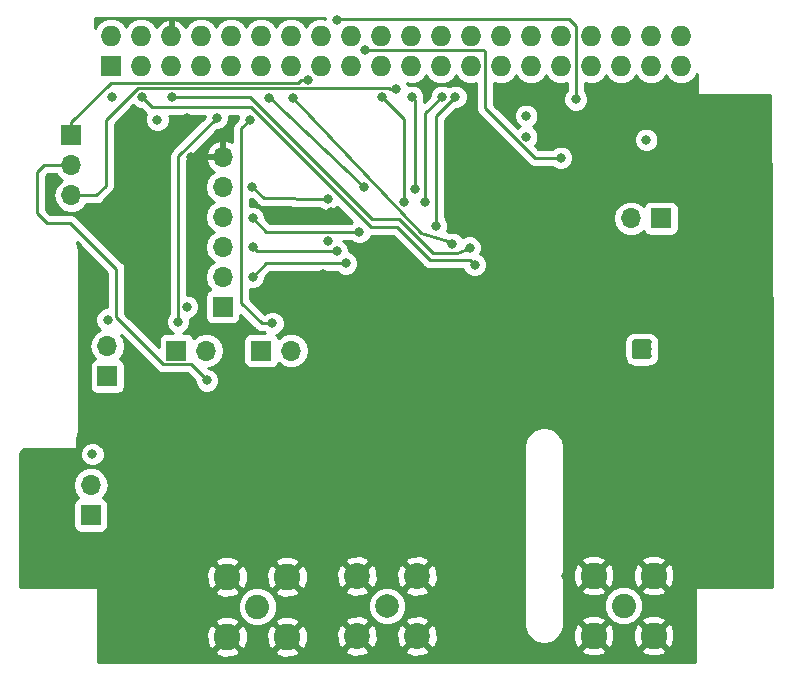
<source format=gbl>
G04 #@! TF.GenerationSoftware,KiCad,Pcbnew,5.0.1-33cea8e~67~ubuntu18.04.1*
G04 #@! TF.CreationDate,2018-10-19T14:06:38-05:00*
G04 #@! TF.ProjectId,PiHatAx5043,50694861744178353034332E6B696361,V1.3*
G04 #@! TF.SameCoordinates,Original*
G04 #@! TF.FileFunction,Copper,L4,Bot,Signal*
G04 #@! TF.FilePolarity,Positive*
%FSLAX46Y46*%
G04 Gerber Fmt 4.6, Leading zero omitted, Abs format (unit mm)*
G04 Created by KiCad (PCBNEW 5.0.1-33cea8e~67~ubuntu18.04.1) date Fri 19 Oct 2018 02:06:38 PM CDT*
%MOMM*%
%LPD*%
G01*
G04 APERTURE LIST*
G04 #@! TA.AperFunction,ComponentPad*
%ADD10R,1.727200X1.727200*%
G04 #@! TD*
G04 #@! TA.AperFunction,ComponentPad*
%ADD11O,1.727200X1.727200*%
G04 #@! TD*
G04 #@! TA.AperFunction,ComponentPad*
%ADD12C,2.200000*%
G04 #@! TD*
G04 #@! TA.AperFunction,ComponentPad*
%ADD13C,2.000000*%
G04 #@! TD*
G04 #@! TA.AperFunction,ComponentPad*
%ADD14R,1.700000X1.700000*%
G04 #@! TD*
G04 #@! TA.AperFunction,ComponentPad*
%ADD15O,1.700000X1.700000*%
G04 #@! TD*
G04 #@! TA.AperFunction,ComponentPad*
%ADD16C,2.050000*%
G04 #@! TD*
G04 #@! TA.AperFunction,ComponentPad*
%ADD17C,2.250000*%
G04 #@! TD*
G04 #@! TA.AperFunction,ViaPad*
%ADD18C,0.500000*%
G04 #@! TD*
G04 #@! TA.AperFunction,Conductor*
%ADD19C,0.100000*%
G04 #@! TD*
G04 #@! TA.AperFunction,Conductor*
%ADD20C,1.650000*%
G04 #@! TD*
G04 #@! TA.AperFunction,ViaPad*
%ADD21C,0.800000*%
G04 #@! TD*
G04 #@! TA.AperFunction,Conductor*
%ADD22C,0.250000*%
G04 #@! TD*
G04 #@! TA.AperFunction,Conductor*
%ADD23C,0.254000*%
G04 #@! TD*
G04 APERTURE END LIST*
D10*
G04 #@! TO.P,P2,1*
G04 #@! TO.N,+3V3*
X52270000Y-43370000D03*
D11*
G04 #@! TO.P,P2,2*
G04 #@! TO.N,+5V*
X52270000Y-40830000D03*
G04 #@! TO.P,P2,3*
G04 #@! TO.N,AX5043_DATA*
X54810000Y-43370000D03*
G04 #@! TO.P,P2,4*
G04 #@! TO.N,Net-(P2-Pad4)*
X54810000Y-40830000D03*
G04 #@! TO.P,P2,5*
G04 #@! TO.N,AX5043_DCLK*
X57350000Y-43370000D03*
G04 #@! TO.P,P2,6*
G04 #@! TO.N,GND*
X57350000Y-40830000D03*
G04 #@! TO.P,P2,7*
G04 #@! TO.N,/GPIO4*
X59890000Y-43370000D03*
G04 #@! TO.P,P2,8*
G04 #@! TO.N,TXD*
X59890000Y-40830000D03*
G04 #@! TO.P,P2,9*
G04 #@! TO.N,Net-(P2-Pad9)*
X62430000Y-43370000D03*
G04 #@! TO.P,P2,10*
G04 #@! TO.N,RXD*
X62430000Y-40830000D03*
G04 #@! TO.P,P2,11*
G04 #@! TO.N,AX5043_IRQ*
X64970000Y-43370000D03*
G04 #@! TO.P,P2,12*
G04 #@! TO.N,/GPIO18*
X64970000Y-40830000D03*
G04 #@! TO.P,P2,13*
G04 #@! TO.N,AX5043_SYSCLK*
X67510000Y-43370000D03*
G04 #@! TO.P,P2,14*
G04 #@! TO.N,Net-(P2-Pad14)*
X67510000Y-40830000D03*
G04 #@! TO.P,P2,15*
G04 #@! TO.N,BCM22*
X70050000Y-43370000D03*
G04 #@! TO.P,P2,16*
G04 #@! TO.N,I2C_SDA*
X70050000Y-40830000D03*
G04 #@! TO.P,P2,17*
G04 #@! TO.N,Net-(P2-Pad17)*
X72590000Y-43370000D03*
G04 #@! TO.P,P2,18*
G04 #@! TO.N,I2C_SCL*
X72590000Y-40830000D03*
G04 #@! TO.P,P2,19*
G04 #@! TO.N,AX5043_MOSI*
X75130000Y-43370000D03*
G04 #@! TO.P,P2,20*
G04 #@! TO.N,Net-(P2-Pad20)*
X75130000Y-40830000D03*
G04 #@! TO.P,P2,21*
G04 #@! TO.N,AX5043_MISO*
X77670000Y-43370000D03*
G04 #@! TO.P,P2,22*
G04 #@! TO.N,BCM25*
X77670000Y-40830000D03*
G04 #@! TO.P,P2,23*
G04 #@! TO.N,AX5043_CLK*
X80210000Y-43370000D03*
G04 #@! TO.P,P2,24*
G04 #@! TO.N,AX5043_SEL*
X80210000Y-40830000D03*
G04 #@! TO.P,P2,25*
G04 #@! TO.N,Net-(P2-Pad25)*
X82750000Y-43370000D03*
G04 #@! TO.P,P2,26*
G04 #@! TO.N,/GPIO7(CE1)*
X82750000Y-40830000D03*
G04 #@! TO.P,P2,27*
G04 #@! TO.N,N/C*
X85290000Y-43370000D03*
G04 #@! TO.P,P2,28*
X85290000Y-40830000D03*
G04 #@! TO.P,P2,29*
X87830000Y-43370000D03*
G04 #@! TO.P,P2,30*
X87830000Y-40830000D03*
G04 #@! TO.P,P2,31*
X90370000Y-43370000D03*
G04 #@! TO.P,P2,32*
X90370000Y-40830000D03*
G04 #@! TO.P,P2,33*
X92910000Y-43370000D03*
G04 #@! TO.P,P2,34*
X92910000Y-40830000D03*
G04 #@! TO.P,P2,35*
X95450000Y-43370000D03*
G04 #@! TO.P,P2,36*
X95450000Y-40830000D03*
G04 #@! TO.P,P2,37*
X97990000Y-43370000D03*
G04 #@! TO.P,P2,38*
X97990000Y-40830000D03*
G04 #@! TO.P,P2,39*
X100530000Y-43370000D03*
G04 #@! TO.P,P2,40*
X100530000Y-40830000D03*
G04 #@! TD*
D12*
G04 #@! TO.P,P1,2*
G04 #@! TO.N,GND*
X73088500Y-86550500D03*
X78168500Y-86550500D03*
X78168500Y-91630500D03*
X73088500Y-91630500D03*
D13*
G04 #@! TO.P,P1,1*
G04 #@! TO.N,Net-(C1-Pad1)*
X75628500Y-89090500D03*
G04 #@! TD*
D14*
G04 #@! TO.P,P3,1*
G04 #@! TO.N,+3V3*
X61722000Y-63754000D03*
D15*
G04 #@! TO.P,P3,2*
G04 #@! TO.N,AX5043_GPADC2*
X61722000Y-61214000D03*
G04 #@! TO.P,P3,3*
G04 #@! TO.N,AX5043_GPADC1*
X61722000Y-58674000D03*
G04 #@! TO.P,P3,4*
G04 #@! TO.N,Net-(P3-Pad4)*
X61722000Y-56134000D03*
G04 #@! TO.P,P3,5*
G04 #@! TO.N,Net-(P3-Pad5)*
X61722000Y-53594000D03*
G04 #@! TO.P,P3,6*
G04 #@! TO.N,GND*
X61722000Y-51054000D03*
G04 #@! TD*
D14*
G04 #@! TO.P,J1,1*
G04 #@! TO.N,Net-(J1-Pad1)*
X50546000Y-81381600D03*
D15*
G04 #@! TO.P,J1,2*
G04 #@! TO.N,+3V3*
X50546000Y-78841600D03*
G04 #@! TD*
G04 #@! TO.P,J2,2*
G04 #@! TO.N,+3V3*
X51943000Y-67081400D03*
D14*
G04 #@! TO.P,J2,1*
G04 #@! TO.N,Net-(J2-Pad1)*
X51943000Y-69621400D03*
G04 #@! TD*
G04 #@! TO.P,J3,1*
G04 #@! TO.N,Net-(J3-Pad1)*
X64973200Y-67462400D03*
D15*
G04 #@! TO.P,J3,2*
G04 #@! TO.N,RXD*
X67513200Y-67462400D03*
G04 #@! TD*
G04 #@! TO.P,J4,2*
G04 #@! TO.N,Net-(J4-Pad2)*
X60325000Y-67462400D03*
D14*
G04 #@! TO.P,J4,1*
G04 #@! TO.N,TXD*
X57785000Y-67462400D03*
G04 #@! TD*
G04 #@! TO.P,J5,1*
G04 #@! TO.N,BCM22*
X48895000Y-49225200D03*
D15*
G04 #@! TO.P,J5,2*
G04 #@! TO.N,Net-(J5-Pad2)*
X48895000Y-51765200D03*
G04 #@! TO.P,J5,3*
G04 #@! TO.N,BCM25*
X48895000Y-54305200D03*
G04 #@! TD*
D14*
G04 #@! TO.P,J6,1*
G04 #@! TO.N,Net-(C20-Pad1)*
X98818700Y-56261000D03*
D15*
G04 #@! TO.P,J6,2*
G04 #@! TO.N,+5V*
X96278700Y-56261000D03*
G04 #@! TD*
D16*
G04 #@! TO.P,P4,1*
G04 #@! TO.N,Net-(C29-Pad2)*
X95656400Y-89052400D03*
D17*
G04 #@! TO.P,P4,2*
G04 #@! TO.N,GND*
X98196400Y-91592400D03*
X98196400Y-86512400D03*
X93116400Y-86512400D03*
X93116400Y-91592400D03*
G04 #@! TD*
G04 #@! TO.P,P5,2*
G04 #@! TO.N,GND*
X62103000Y-91694000D03*
X62103000Y-86614000D03*
X67183000Y-86614000D03*
X67183000Y-91694000D03*
D16*
G04 #@! TO.P,P5,1*
G04 #@! TO.N,Net-(C31-Pad2)*
X64643000Y-89154000D03*
G04 #@! TD*
D18*
G04 #@! TO.N,GND*
G04 #@! TO.C,U3*
X97768100Y-66773100D03*
X97768100Y-67923100D03*
X96618100Y-66773100D03*
X96618100Y-67923100D03*
D19*
G04 #@! TO.N,N/C*
G36*
X97792605Y-66524304D02*
X97816873Y-66527904D01*
X97840672Y-66533865D01*
X97863771Y-66542130D01*
X97885950Y-66552620D01*
X97906993Y-66565232D01*
X97926699Y-66579847D01*
X97944877Y-66596323D01*
X97961353Y-66614501D01*
X97975968Y-66634207D01*
X97988580Y-66655250D01*
X97999070Y-66677429D01*
X98007335Y-66700528D01*
X98013296Y-66724327D01*
X98016896Y-66748595D01*
X98018100Y-66773099D01*
X98018100Y-67923101D01*
X98016896Y-67947605D01*
X98013296Y-67971873D01*
X98007335Y-67995672D01*
X97999070Y-68018771D01*
X97988580Y-68040950D01*
X97975968Y-68061993D01*
X97961353Y-68081699D01*
X97944877Y-68099877D01*
X97926699Y-68116353D01*
X97906993Y-68130968D01*
X97885950Y-68143580D01*
X97863771Y-68154070D01*
X97840672Y-68162335D01*
X97816873Y-68168296D01*
X97792605Y-68171896D01*
X97768101Y-68173100D01*
X96618099Y-68173100D01*
X96593595Y-68171896D01*
X96569327Y-68168296D01*
X96545528Y-68162335D01*
X96522429Y-68154070D01*
X96500250Y-68143580D01*
X96479207Y-68130968D01*
X96459501Y-68116353D01*
X96441323Y-68099877D01*
X96424847Y-68081699D01*
X96410232Y-68061993D01*
X96397620Y-68040950D01*
X96387130Y-68018771D01*
X96378865Y-67995672D01*
X96372904Y-67971873D01*
X96369304Y-67947605D01*
X96368100Y-67923101D01*
X96368100Y-66773099D01*
X96369304Y-66748595D01*
X96372904Y-66724327D01*
X96378865Y-66700528D01*
X96387130Y-66677429D01*
X96397620Y-66655250D01*
X96410232Y-66634207D01*
X96424847Y-66614501D01*
X96441323Y-66596323D01*
X96459501Y-66579847D01*
X96479207Y-66565232D01*
X96500250Y-66552620D01*
X96522429Y-66542130D01*
X96545528Y-66533865D01*
X96569327Y-66527904D01*
X96593595Y-66524304D01*
X96618099Y-66523100D01*
X97768101Y-66523100D01*
X97792605Y-66524304D01*
X97792605Y-66524304D01*
G37*
D20*
X97193100Y-67348100D03*
G04 #@! TD*
D21*
G04 #@! TO.N,GND*
X80010000Y-66675000D03*
X77800200Y-63982600D03*
X77787500Y-64960500D03*
X59055000Y-51054000D03*
X72771000Y-79502000D03*
X72898000Y-82486500D03*
X74231500Y-82105500D03*
X74231500Y-80772000D03*
X73152000Y-80708500D03*
X73088500Y-78422500D03*
X74104500Y-77597000D03*
X74104500Y-76454000D03*
X74866500Y-75692000D03*
X74295000Y-74930000D03*
X73215500Y-74866500D03*
X72961500Y-72771000D03*
X74104500Y-72263000D03*
X74104500Y-71120000D03*
X74358500Y-70040500D03*
X75692000Y-63754000D03*
X73025000Y-65468500D03*
X74485500Y-65278000D03*
X75692000Y-64960500D03*
X80137000Y-75311000D03*
X76835000Y-83566000D03*
X78041500Y-83502500D03*
X78422500Y-82486500D03*
X78422500Y-81343500D03*
X78422500Y-80264000D03*
X77406500Y-79502000D03*
X78613000Y-78803500D03*
X78613000Y-77660500D03*
X78613000Y-76581000D03*
X79883000Y-76390500D03*
X79692500Y-72517000D03*
X78740000Y-72072500D03*
X78740000Y-70993000D03*
X78613000Y-69977000D03*
X91602211Y-51520868D03*
X72771000Y-83566000D03*
X58674000Y-47752000D03*
X55753000Y-58674000D03*
X55499000Y-62103000D03*
X70866000Y-55753000D03*
X65405000Y-63119000D03*
X70231000Y-60960000D03*
X71501000Y-64897000D03*
X96555211Y-50631868D03*
X100238211Y-48091868D03*
X80137000Y-73787000D03*
X81026000Y-91694000D03*
X80899000Y-86487000D03*
X70231000Y-86614000D03*
X70358000Y-91694000D03*
X58674000Y-86614000D03*
X58674000Y-91694000D03*
X53492400Y-83693000D03*
X66065400Y-70942200D03*
X72961500Y-73787000D03*
X73025000Y-66624200D03*
X81635600Y-68224400D03*
X79375000Y-69418200D03*
X80416400Y-69418200D03*
X81534000Y-69291200D03*
X81635600Y-67284600D03*
X80848200Y-66929000D03*
X71374000Y-68224400D03*
X73583800Y-69418200D03*
X72644000Y-69418200D03*
X71602600Y-69291200D03*
X71704200Y-67005200D03*
X78714600Y-65278000D03*
X79883000Y-65582800D03*
X90779600Y-91592400D03*
X90779600Y-86512400D03*
X100507800Y-86512400D03*
X100507800Y-91592400D03*
X94043500Y-67360800D03*
X100114100Y-67856100D03*
X82816700Y-63131700D03*
X84378800Y-63157100D03*
X86626700Y-63080900D03*
X85496400Y-63131700D03*
X87718900Y-63080900D03*
X88722200Y-63080900D03*
X89789000Y-63080900D03*
X91211400Y-61506100D03*
X92773500Y-61506100D03*
X90093800Y-61899800D03*
X94297500Y-63093600D03*
X95758000Y-63068200D03*
X97307400Y-61302900D03*
X104914700Y-63474600D03*
X106070400Y-66573400D03*
X104622600Y-68694300D03*
X98615500Y-73342500D03*
X98615500Y-74866500D03*
X97155000Y-76136500D03*
X97155000Y-77127100D03*
X98272600Y-75907900D03*
X97155000Y-78117700D03*
X98717100Y-79413100D03*
X98259900Y-78397100D03*
X98132900Y-80581500D03*
X97028000Y-80721200D03*
X97002600Y-81711800D03*
X96964500Y-82689700D03*
X98171000Y-82842100D03*
X98399600Y-84023200D03*
X94310200Y-83985100D03*
X94310200Y-82880200D03*
X94310200Y-81711800D03*
X94310200Y-80657700D03*
X94310200Y-79629000D03*
X94310200Y-78625700D03*
X94310200Y-77597000D03*
X94310200Y-76530200D03*
X94310200Y-75450700D03*
X94310200Y-74460100D03*
X94310200Y-73456800D03*
X94310200Y-72453500D03*
X94043500Y-71513700D03*
X94500700Y-65697100D03*
X93433900Y-65697100D03*
X92392500Y-65697100D03*
X91236800Y-65697100D03*
X90868500Y-66890900D03*
X89420700Y-67284600D03*
X89420700Y-68275200D03*
X89420700Y-69291200D03*
X89141300Y-70281800D03*
X87960200Y-70319900D03*
X87960200Y-71361300D03*
X87960200Y-72364600D03*
X87680800Y-73380600D03*
X86550500Y-73380600D03*
X85382100Y-73355200D03*
X85178900Y-72275700D03*
X84264500Y-71920100D03*
X83261200Y-71920100D03*
X82296000Y-71488300D03*
X82235040Y-70434200D03*
G04 #@! TO.N,+3V3*
X97571211Y-49615868D03*
X87411211Y-47583868D03*
X87411211Y-49361868D03*
X70612000Y-58166000D03*
X58674000Y-63754000D03*
X52324000Y-45974000D03*
X51968400Y-64846200D03*
X50673000Y-76225400D03*
G04 #@! TO.N,AX5043_DATA*
X83058000Y-60198000D03*
X54864000Y-45974000D03*
G04 #@! TO.N,AX5043_DCLK*
X57404000Y-45974000D03*
X82613500Y-58737500D03*
G04 #@! TO.N,AX5043_IRQ*
X73660000Y-53594000D03*
X65659000Y-46037500D03*
G04 #@! TO.N,AX5043_SYSCLK*
X67690500Y-46038900D03*
X81153000Y-58420000D03*
G04 #@! TO.N,I2C_SDA*
X91602211Y-46186868D03*
X71374000Y-39497000D03*
G04 #@! TO.N,I2C_SCL*
X73787000Y-42037000D03*
X90332211Y-51139868D03*
G04 #@! TO.N,AX5043_MOSI*
X77089000Y-54864000D03*
X75184000Y-45974000D03*
G04 #@! TO.N,AX5043_MISO*
X77978000Y-53784500D03*
X77724000Y-45974000D03*
G04 #@! TO.N,AX5043_CLK*
X78867000Y-54864000D03*
X80264000Y-45974000D03*
G04 #@! TO.N,AX5043_SEL*
X79756000Y-56896000D03*
X81407000Y-45974000D03*
G04 #@! TO.N,AX5043_GPADC2*
X64262000Y-61214000D03*
X72136000Y-60071000D03*
G04 #@! TO.N,AX5043_GPADC1*
X64262000Y-58674000D03*
X71374000Y-59055000D03*
G04 #@! TO.N,Net-(P3-Pad4)*
X73279000Y-57404000D03*
X64262000Y-56261000D03*
G04 #@! TO.N,Net-(P3-Pad5)*
X64211200Y-53619400D03*
X70612000Y-54610000D03*
G04 #@! TO.N,+5V*
X56184800Y-47904400D03*
G04 #@! TO.N,RXD*
X64033400Y-47904400D03*
X65913000Y-65151000D03*
G04 #@! TO.N,TXD*
X61214000Y-47751999D03*
X57937400Y-65024000D03*
G04 #@! TO.N,BCM22*
X68935600Y-44523999D03*
G04 #@! TO.N,Net-(J5-Pad2)*
X60375800Y-69977000D03*
G04 #@! TO.N,BCM25*
X76428600Y-45313600D03*
G04 #@! TD*
D22*
G04 #@! TO.N,AX5043_DATA*
X64008000Y-46863000D02*
X64071500Y-46863000D01*
X55753000Y-46863000D02*
X63881000Y-46863000D01*
X54864000Y-45974000D02*
X55753000Y-46863000D01*
X63881000Y-46863000D02*
X64008000Y-46863000D01*
X82677000Y-59817000D02*
X83058000Y-60198000D01*
X79248000Y-59817000D02*
X82677000Y-59817000D01*
X76454000Y-57023000D02*
X79248000Y-59817000D01*
X74231500Y-57023000D02*
X76454000Y-57023000D01*
X64071500Y-46863000D02*
X74231500Y-57023000D01*
G04 #@! TO.N,AX5043_DCLK*
X64008000Y-45974000D02*
X74358500Y-56324500D01*
X57404000Y-45974000D02*
X64008000Y-45974000D01*
X81534000Y-59182000D02*
X82613500Y-58737500D01*
X79502000Y-59182000D02*
X81534000Y-59182000D01*
X76644500Y-56324500D02*
X79502000Y-59182000D01*
X74358500Y-56324500D02*
X76644500Y-56324500D01*
G04 #@! TO.N,AX5043_IRQ*
X65659000Y-45974000D02*
X73660000Y-53594000D01*
X65659000Y-46037500D02*
X65659000Y-45974000D01*
G04 #@! TO.N,AX5043_SYSCLK*
X81026000Y-58293000D02*
X81153000Y-58420000D01*
X78510900Y-57468900D02*
X81026000Y-58293000D01*
X67690500Y-46038900D02*
X78510900Y-57468900D01*
G04 #@! TO.N,I2C_SDA*
X71501000Y-39370000D02*
X90995500Y-39370000D01*
X71374000Y-39497000D02*
X71501000Y-39370000D01*
X91602211Y-39976711D02*
X91602211Y-46186868D01*
X90995500Y-39370000D02*
X91602211Y-39976711D01*
G04 #@! TO.N,I2C_SCL*
X73787000Y-42037000D02*
X83820000Y-42037000D01*
X83938601Y-42155601D02*
X83820000Y-42037000D01*
X83938601Y-46962260D02*
X83938601Y-42155601D01*
X88116209Y-51139868D02*
X83938601Y-46962260D01*
X90332211Y-51139868D02*
X88116209Y-51139868D01*
G04 #@! TO.N,AX5043_MOSI*
X77089000Y-47879000D02*
X77089000Y-54864000D01*
X75184000Y-45974000D02*
X77089000Y-47879000D01*
G04 #@! TO.N,AX5043_MISO*
X77978000Y-46228000D02*
X77978000Y-53784500D01*
X77724000Y-45974000D02*
X77978000Y-46228000D01*
G04 #@! TO.N,AX5043_CLK*
X78867000Y-47371000D02*
X78867000Y-54864000D01*
X80264000Y-45974000D02*
X78867000Y-47371000D01*
G04 #@! TO.N,AX5043_SEL*
X79756000Y-47625000D02*
X79756000Y-56896000D01*
X81407000Y-45974000D02*
X79756000Y-47625000D01*
G04 #@! TO.N,AX5043_GPADC2*
X64262000Y-61214000D02*
X65405000Y-60071000D01*
X65405000Y-60071000D02*
X72136000Y-60071000D01*
G04 #@! TO.N,AX5043_GPADC1*
X64262000Y-58674000D02*
X64643000Y-59055000D01*
X64643000Y-59055000D02*
X71374000Y-59055000D01*
G04 #@! TO.N,Net-(P3-Pad4)*
X65405000Y-57404000D02*
X73279000Y-57404000D01*
X64262000Y-56261000D02*
X65405000Y-57404000D01*
G04 #@! TO.N,Net-(P3-Pad5)*
X65176400Y-54584600D02*
X64211200Y-53619400D01*
X70612000Y-54610000D02*
X65176400Y-54584600D01*
G04 #@! TO.N,RXD*
X63296800Y-48641000D02*
X63296800Y-63423800D01*
X64033400Y-47904400D02*
X63296800Y-48641000D01*
X63296800Y-63423800D02*
X65024000Y-65151000D01*
X65024000Y-65151000D02*
X65913000Y-65151000D01*
G04 #@! TO.N,TXD*
X57948999Y-65012401D02*
X57937400Y-65024000D01*
X61214000Y-47751999D02*
X57948999Y-51017000D01*
X57948999Y-51017000D02*
X57948999Y-65012401D01*
G04 #@! TO.N,BCM22*
X48895000Y-48125200D02*
X48895000Y-49225200D01*
X52221211Y-44798989D02*
X48895000Y-48125200D01*
X68094925Y-44798989D02*
X52221211Y-44798989D01*
X68369915Y-44523999D02*
X68094925Y-44798989D01*
X68935600Y-44523999D02*
X68369915Y-44523999D01*
G04 #@! TO.N,Net-(J5-Pad2)*
X52693401Y-64655803D02*
X52693401Y-60542001D01*
X56674999Y-68637401D02*
X52693401Y-64655803D01*
X60375800Y-69977000D02*
X59036201Y-68637401D01*
X59036201Y-68637401D02*
X56674999Y-68637401D01*
X52693401Y-60542001D02*
X48818800Y-56667400D01*
X48818800Y-56667400D02*
X46812200Y-56667400D01*
X46812200Y-56667400D02*
X45999400Y-55854600D01*
X45999400Y-55854600D02*
X45999400Y-52349400D01*
X46583600Y-51765200D02*
X48895000Y-51765200D01*
X45999400Y-52349400D02*
X46583600Y-51765200D01*
G04 #@! TO.N,BCM25*
X54515999Y-45248999D02*
X51816000Y-47948998D01*
X76428600Y-45313600D02*
X75862915Y-45313600D01*
X75798314Y-45248999D02*
X54515999Y-45248999D01*
X75862915Y-45313600D02*
X75798314Y-45248999D01*
X51816000Y-47948998D02*
X51816000Y-53517800D01*
X51028600Y-54305200D02*
X48895000Y-54305200D01*
X51816000Y-53517800D02*
X51028600Y-54305200D01*
G04 #@! TD*
D23*
G04 #@! TO.N,GND*
G36*
X101854000Y-45720000D02*
X101863667Y-45768601D01*
X101891197Y-45809803D01*
X101932399Y-45837333D01*
X101981000Y-45847000D01*
X108077767Y-45847000D01*
X108215001Y-68490499D01*
X108215001Y-87503000D01*
X101854000Y-87503000D01*
X101805399Y-87512667D01*
X101764197Y-87540197D01*
X101736667Y-87581399D01*
X101727000Y-87630000D01*
X101727000Y-93853000D01*
X51181000Y-93853000D01*
X51181000Y-92936947D01*
X61039658Y-92936947D01*
X61153621Y-93216773D01*
X61808629Y-93464170D01*
X62508451Y-93442075D01*
X63052379Y-93216773D01*
X63166342Y-92936947D01*
X66119658Y-92936947D01*
X66233621Y-93216773D01*
X66888629Y-93464170D01*
X67588451Y-93442075D01*
X68132379Y-93216773D01*
X68246342Y-92936947D01*
X68164763Y-92855368D01*
X72043237Y-92855368D01*
X72154141Y-93132599D01*
X72800093Y-93375823D01*
X73489953Y-93353336D01*
X74022859Y-93132599D01*
X74133763Y-92855368D01*
X77123237Y-92855368D01*
X77234141Y-93132599D01*
X77880093Y-93375823D01*
X78569953Y-93353336D01*
X79102859Y-93132599D01*
X79213763Y-92855368D01*
X79193742Y-92835347D01*
X92053058Y-92835347D01*
X92167021Y-93115173D01*
X92822029Y-93362570D01*
X93521851Y-93340475D01*
X94065779Y-93115173D01*
X94179742Y-92835347D01*
X97133058Y-92835347D01*
X97247021Y-93115173D01*
X97902029Y-93362570D01*
X98601851Y-93340475D01*
X99145779Y-93115173D01*
X99259742Y-92835347D01*
X98196400Y-91772005D01*
X97133058Y-92835347D01*
X94179742Y-92835347D01*
X93116400Y-91772005D01*
X92053058Y-92835347D01*
X79193742Y-92835347D01*
X78168500Y-91810105D01*
X77123237Y-92855368D01*
X74133763Y-92855368D01*
X73088500Y-91810105D01*
X72043237Y-92855368D01*
X68164763Y-92855368D01*
X67183000Y-91873605D01*
X66119658Y-92936947D01*
X63166342Y-92936947D01*
X62103000Y-91873605D01*
X61039658Y-92936947D01*
X51181000Y-92936947D01*
X51181000Y-91399629D01*
X60332830Y-91399629D01*
X60354925Y-92099451D01*
X60580227Y-92643379D01*
X60860053Y-92757342D01*
X61923395Y-91694000D01*
X62282605Y-91694000D01*
X63345947Y-92757342D01*
X63625773Y-92643379D01*
X63873170Y-91988371D01*
X63854583Y-91399629D01*
X65412830Y-91399629D01*
X65434925Y-92099451D01*
X65660227Y-92643379D01*
X65940053Y-92757342D01*
X67003395Y-91694000D01*
X67362605Y-91694000D01*
X68425947Y-92757342D01*
X68705773Y-92643379D01*
X68953170Y-91988371D01*
X68932766Y-91342093D01*
X71343177Y-91342093D01*
X71365664Y-92031953D01*
X71586401Y-92564859D01*
X71863632Y-92675763D01*
X72908895Y-91630500D01*
X73268105Y-91630500D01*
X74313368Y-92675763D01*
X74590599Y-92564859D01*
X74833823Y-91918907D01*
X74815021Y-91342093D01*
X76423177Y-91342093D01*
X76445664Y-92031953D01*
X76666401Y-92564859D01*
X76943632Y-92675763D01*
X77988895Y-91630500D01*
X78348105Y-91630500D01*
X79393368Y-92675763D01*
X79670599Y-92564859D01*
X79913823Y-91918907D01*
X79891336Y-91229047D01*
X79670599Y-90696141D01*
X79393368Y-90585237D01*
X78348105Y-91630500D01*
X77988895Y-91630500D01*
X76943632Y-90585237D01*
X76666401Y-90696141D01*
X76423177Y-91342093D01*
X74815021Y-91342093D01*
X74811336Y-91229047D01*
X74590599Y-90696141D01*
X74313368Y-90585237D01*
X73268105Y-91630500D01*
X72908895Y-91630500D01*
X71863632Y-90585237D01*
X71586401Y-90696141D01*
X71343177Y-91342093D01*
X68932766Y-91342093D01*
X68931075Y-91288549D01*
X68705773Y-90744621D01*
X68425947Y-90630658D01*
X67362605Y-91694000D01*
X67003395Y-91694000D01*
X65940053Y-90630658D01*
X65660227Y-90744621D01*
X65412830Y-91399629D01*
X63854583Y-91399629D01*
X63851075Y-91288549D01*
X63625773Y-90744621D01*
X63345947Y-90630658D01*
X62282605Y-91694000D01*
X61923395Y-91694000D01*
X60860053Y-90630658D01*
X60580227Y-90744621D01*
X60332830Y-91399629D01*
X51181000Y-91399629D01*
X51181000Y-90451053D01*
X61039658Y-90451053D01*
X62103000Y-91514395D01*
X63166342Y-90451053D01*
X63052379Y-90171227D01*
X62397371Y-89923830D01*
X61697549Y-89945925D01*
X61153621Y-90171227D01*
X61039658Y-90451053D01*
X51181000Y-90451053D01*
X51181000Y-88823806D01*
X62983000Y-88823806D01*
X62983000Y-89484194D01*
X63235720Y-90094314D01*
X63702686Y-90561280D01*
X64312806Y-90814000D01*
X64973194Y-90814000D01*
X65583314Y-90561280D01*
X65693541Y-90451053D01*
X66119658Y-90451053D01*
X67183000Y-91514395D01*
X68246342Y-90451053D01*
X68227844Y-90405632D01*
X72043237Y-90405632D01*
X73088500Y-91450895D01*
X74133763Y-90405632D01*
X74022859Y-90128401D01*
X73376907Y-89885177D01*
X72687047Y-89907664D01*
X72154141Y-90128401D01*
X72043237Y-90405632D01*
X68227844Y-90405632D01*
X68132379Y-90171227D01*
X67477371Y-89923830D01*
X66777549Y-89945925D01*
X66233621Y-90171227D01*
X66119658Y-90451053D01*
X65693541Y-90451053D01*
X66050280Y-90094314D01*
X66303000Y-89484194D01*
X66303000Y-88823806D01*
X66278757Y-88765278D01*
X73993500Y-88765278D01*
X73993500Y-89415722D01*
X74242414Y-90016653D01*
X74702347Y-90476586D01*
X75303278Y-90725500D01*
X75953722Y-90725500D01*
X76554653Y-90476586D01*
X76625607Y-90405632D01*
X77123237Y-90405632D01*
X78168500Y-91450895D01*
X79213763Y-90405632D01*
X79102859Y-90128401D01*
X78456907Y-89885177D01*
X77767047Y-89907664D01*
X77234141Y-90128401D01*
X77123237Y-90405632D01*
X76625607Y-90405632D01*
X77014586Y-90016653D01*
X77263500Y-89415722D01*
X77263500Y-88765278D01*
X77014586Y-88164347D01*
X76625607Y-87775368D01*
X77123237Y-87775368D01*
X77234141Y-88052599D01*
X77880093Y-88295823D01*
X78569953Y-88273336D01*
X79102859Y-88052599D01*
X79213763Y-87775368D01*
X78168500Y-86730105D01*
X77123237Y-87775368D01*
X76625607Y-87775368D01*
X76554653Y-87704414D01*
X75953722Y-87455500D01*
X75303278Y-87455500D01*
X74702347Y-87704414D01*
X74242414Y-88164347D01*
X73993500Y-88765278D01*
X66278757Y-88765278D01*
X66050280Y-88213686D01*
X65693541Y-87856947D01*
X66119658Y-87856947D01*
X66233621Y-88136773D01*
X66888629Y-88384170D01*
X67588451Y-88362075D01*
X68132379Y-88136773D01*
X68246342Y-87856947D01*
X68164763Y-87775368D01*
X72043237Y-87775368D01*
X72154141Y-88052599D01*
X72800093Y-88295823D01*
X73489953Y-88273336D01*
X74022859Y-88052599D01*
X74133763Y-87775368D01*
X73088500Y-86730105D01*
X72043237Y-87775368D01*
X68164763Y-87775368D01*
X67183000Y-86793605D01*
X66119658Y-87856947D01*
X65693541Y-87856947D01*
X65583314Y-87746720D01*
X64973194Y-87494000D01*
X64312806Y-87494000D01*
X63702686Y-87746720D01*
X63235720Y-88213686D01*
X62983000Y-88823806D01*
X51181000Y-88823806D01*
X51181000Y-87856947D01*
X61039658Y-87856947D01*
X61153621Y-88136773D01*
X61808629Y-88384170D01*
X62508451Y-88362075D01*
X63052379Y-88136773D01*
X63166342Y-87856947D01*
X62103000Y-86793605D01*
X61039658Y-87856947D01*
X51181000Y-87856947D01*
X51181000Y-87630000D01*
X51171333Y-87581399D01*
X51143803Y-87540197D01*
X51102601Y-87512667D01*
X51054000Y-87503000D01*
X44585000Y-87503000D01*
X44585000Y-86319629D01*
X60332830Y-86319629D01*
X60354925Y-87019451D01*
X60580227Y-87563379D01*
X60860053Y-87677342D01*
X61923395Y-86614000D01*
X62282605Y-86614000D01*
X63345947Y-87677342D01*
X63625773Y-87563379D01*
X63873170Y-86908371D01*
X63854583Y-86319629D01*
X65412830Y-86319629D01*
X65434925Y-87019451D01*
X65660227Y-87563379D01*
X65940053Y-87677342D01*
X67003395Y-86614000D01*
X67362605Y-86614000D01*
X68425947Y-87677342D01*
X68705773Y-87563379D01*
X68953170Y-86908371D01*
X68932766Y-86262093D01*
X71343177Y-86262093D01*
X71365664Y-86951953D01*
X71586401Y-87484859D01*
X71863632Y-87595763D01*
X72908895Y-86550500D01*
X73268105Y-86550500D01*
X74313368Y-87595763D01*
X74590599Y-87484859D01*
X74833823Y-86838907D01*
X74815021Y-86262093D01*
X76423177Y-86262093D01*
X76445664Y-86951953D01*
X76666401Y-87484859D01*
X76943632Y-87595763D01*
X77988895Y-86550500D01*
X78348105Y-86550500D01*
X79393368Y-87595763D01*
X79670599Y-87484859D01*
X79913823Y-86838907D01*
X79891336Y-86149047D01*
X79670599Y-85616141D01*
X79393368Y-85505237D01*
X78348105Y-86550500D01*
X77988895Y-86550500D01*
X76943632Y-85505237D01*
X76666401Y-85616141D01*
X76423177Y-86262093D01*
X74815021Y-86262093D01*
X74811336Y-86149047D01*
X74590599Y-85616141D01*
X74313368Y-85505237D01*
X73268105Y-86550500D01*
X72908895Y-86550500D01*
X71863632Y-85505237D01*
X71586401Y-85616141D01*
X71343177Y-86262093D01*
X68932766Y-86262093D01*
X68931075Y-86208549D01*
X68705773Y-85664621D01*
X68425947Y-85550658D01*
X67362605Y-86614000D01*
X67003395Y-86614000D01*
X65940053Y-85550658D01*
X65660227Y-85664621D01*
X65412830Y-86319629D01*
X63854583Y-86319629D01*
X63851075Y-86208549D01*
X63625773Y-85664621D01*
X63345947Y-85550658D01*
X62282605Y-86614000D01*
X61923395Y-86614000D01*
X60860053Y-85550658D01*
X60580227Y-85664621D01*
X60332830Y-86319629D01*
X44585000Y-86319629D01*
X44585000Y-85371053D01*
X61039658Y-85371053D01*
X62103000Y-86434395D01*
X63166342Y-85371053D01*
X66119658Y-85371053D01*
X67183000Y-86434395D01*
X68246342Y-85371053D01*
X68227844Y-85325632D01*
X72043237Y-85325632D01*
X73088500Y-86370895D01*
X74133763Y-85325632D01*
X77123237Y-85325632D01*
X78168500Y-86370895D01*
X79213763Y-85325632D01*
X79102859Y-85048401D01*
X78456907Y-84805177D01*
X77767047Y-84827664D01*
X77234141Y-85048401D01*
X77123237Y-85325632D01*
X74133763Y-85325632D01*
X74022859Y-85048401D01*
X73376907Y-84805177D01*
X72687047Y-84827664D01*
X72154141Y-85048401D01*
X72043237Y-85325632D01*
X68227844Y-85325632D01*
X68132379Y-85091227D01*
X67477371Y-84843830D01*
X66777549Y-84865925D01*
X66233621Y-85091227D01*
X66119658Y-85371053D01*
X63166342Y-85371053D01*
X63052379Y-85091227D01*
X62397371Y-84843830D01*
X61697549Y-84865925D01*
X61153621Y-85091227D01*
X61039658Y-85371053D01*
X44585000Y-85371053D01*
X44585000Y-78841600D01*
X49031908Y-78841600D01*
X49147161Y-79421018D01*
X49475375Y-79912225D01*
X49493619Y-79924416D01*
X49448235Y-79933443D01*
X49238191Y-80073791D01*
X49097843Y-80283835D01*
X49048560Y-80531600D01*
X49048560Y-82231600D01*
X49097843Y-82479365D01*
X49238191Y-82689409D01*
X49448235Y-82829757D01*
X49696000Y-82879040D01*
X51396000Y-82879040D01*
X51643765Y-82829757D01*
X51853809Y-82689409D01*
X51994157Y-82479365D01*
X52043440Y-82231600D01*
X52043440Y-80531600D01*
X51994157Y-80283835D01*
X51853809Y-80073791D01*
X51643765Y-79933443D01*
X51598381Y-79924416D01*
X51616625Y-79912225D01*
X51944839Y-79421018D01*
X52060092Y-78841600D01*
X51944839Y-78262182D01*
X51616625Y-77770975D01*
X51125418Y-77442761D01*
X50692256Y-77356600D01*
X50399744Y-77356600D01*
X49966582Y-77442761D01*
X49475375Y-77770975D01*
X49147161Y-78262182D01*
X49031908Y-78841600D01*
X44585000Y-78841600D01*
X44585000Y-76167466D01*
X44614427Y-76019526D01*
X49638000Y-76019526D01*
X49638000Y-76431274D01*
X49795569Y-76811680D01*
X50086720Y-77102831D01*
X50467126Y-77260400D01*
X50878874Y-77260400D01*
X51259280Y-77102831D01*
X51550431Y-76811680D01*
X51708000Y-76431274D01*
X51708000Y-76019526D01*
X51550431Y-75639120D01*
X51443850Y-75532539D01*
X87215000Y-75532539D01*
X87215001Y-90667462D01*
X87228162Y-90733627D01*
X87228162Y-90733636D01*
X87304282Y-91116319D01*
X87379710Y-91298419D01*
X87406563Y-91363248D01*
X87623336Y-91687672D01*
X87812328Y-91876664D01*
X88136751Y-92093437D01*
X88190876Y-92115856D01*
X88383681Y-92195718D01*
X88766364Y-92271838D01*
X89033636Y-92271838D01*
X89416319Y-92195718D01*
X89663248Y-92093437D01*
X89663249Y-92093436D01*
X89987672Y-91876664D01*
X90176664Y-91687672D01*
X90393437Y-91363249D01*
X90420451Y-91298029D01*
X91346230Y-91298029D01*
X91368325Y-91997851D01*
X91593627Y-92541779D01*
X91873453Y-92655742D01*
X92936795Y-91592400D01*
X93296005Y-91592400D01*
X94359347Y-92655742D01*
X94639173Y-92541779D01*
X94886570Y-91886771D01*
X94867983Y-91298029D01*
X96426230Y-91298029D01*
X96448325Y-91997851D01*
X96673627Y-92541779D01*
X96953453Y-92655742D01*
X98016795Y-91592400D01*
X98376005Y-91592400D01*
X99439347Y-92655742D01*
X99719173Y-92541779D01*
X99966570Y-91886771D01*
X99944475Y-91186949D01*
X99719173Y-90643021D01*
X99439347Y-90529058D01*
X98376005Y-91592400D01*
X98016795Y-91592400D01*
X96953453Y-90529058D01*
X96673627Y-90643021D01*
X96426230Y-91298029D01*
X94867983Y-91298029D01*
X94864475Y-91186949D01*
X94639173Y-90643021D01*
X94359347Y-90529058D01*
X93296005Y-91592400D01*
X92936795Y-91592400D01*
X91873453Y-90529058D01*
X91593627Y-90643021D01*
X91346230Y-91298029D01*
X90420451Y-91298029D01*
X90450942Y-91224419D01*
X90495718Y-91116319D01*
X90571838Y-90733636D01*
X90571838Y-90733632D01*
X90585000Y-90667462D01*
X90585000Y-90349453D01*
X92053058Y-90349453D01*
X93116400Y-91412795D01*
X94179742Y-90349453D01*
X94065779Y-90069627D01*
X93410771Y-89822230D01*
X92710949Y-89844325D01*
X92167021Y-90069627D01*
X92053058Y-90349453D01*
X90585000Y-90349453D01*
X90585000Y-88722206D01*
X93996400Y-88722206D01*
X93996400Y-89382594D01*
X94249120Y-89992714D01*
X94716086Y-90459680D01*
X95326206Y-90712400D01*
X95986594Y-90712400D01*
X96596714Y-90459680D01*
X96706941Y-90349453D01*
X97133058Y-90349453D01*
X98196400Y-91412795D01*
X99259742Y-90349453D01*
X99145779Y-90069627D01*
X98490771Y-89822230D01*
X97790949Y-89844325D01*
X97247021Y-90069627D01*
X97133058Y-90349453D01*
X96706941Y-90349453D01*
X97063680Y-89992714D01*
X97316400Y-89382594D01*
X97316400Y-88722206D01*
X97063680Y-88112086D01*
X96706941Y-87755347D01*
X97133058Y-87755347D01*
X97247021Y-88035173D01*
X97902029Y-88282570D01*
X98601851Y-88260475D01*
X99145779Y-88035173D01*
X99259742Y-87755347D01*
X98196400Y-86692005D01*
X97133058Y-87755347D01*
X96706941Y-87755347D01*
X96596714Y-87645120D01*
X95986594Y-87392400D01*
X95326206Y-87392400D01*
X94716086Y-87645120D01*
X94249120Y-88112086D01*
X93996400Y-88722206D01*
X90585000Y-88722206D01*
X90585000Y-87755347D01*
X92053058Y-87755347D01*
X92167021Y-88035173D01*
X92822029Y-88282570D01*
X93521851Y-88260475D01*
X94065779Y-88035173D01*
X94179742Y-87755347D01*
X93116400Y-86692005D01*
X92053058Y-87755347D01*
X90585000Y-87755347D01*
X90585000Y-86218029D01*
X91346230Y-86218029D01*
X91368325Y-86917851D01*
X91593627Y-87461779D01*
X91873453Y-87575742D01*
X92936795Y-86512400D01*
X93296005Y-86512400D01*
X94359347Y-87575742D01*
X94639173Y-87461779D01*
X94886570Y-86806771D01*
X94867983Y-86218029D01*
X96426230Y-86218029D01*
X96448325Y-86917851D01*
X96673627Y-87461779D01*
X96953453Y-87575742D01*
X98016795Y-86512400D01*
X98376005Y-86512400D01*
X99439347Y-87575742D01*
X99719173Y-87461779D01*
X99966570Y-86806771D01*
X99944475Y-86106949D01*
X99719173Y-85563021D01*
X99439347Y-85449058D01*
X98376005Y-86512400D01*
X98016795Y-86512400D01*
X96953453Y-85449058D01*
X96673627Y-85563021D01*
X96426230Y-86218029D01*
X94867983Y-86218029D01*
X94864475Y-86106949D01*
X94639173Y-85563021D01*
X94359347Y-85449058D01*
X93296005Y-86512400D01*
X92936795Y-86512400D01*
X91873453Y-85449058D01*
X91593627Y-85563021D01*
X91346230Y-86218029D01*
X90585000Y-86218029D01*
X90585000Y-85269453D01*
X92053058Y-85269453D01*
X93116400Y-86332795D01*
X94179742Y-85269453D01*
X97133058Y-85269453D01*
X98196400Y-86332795D01*
X99259742Y-85269453D01*
X99145779Y-84989627D01*
X98490771Y-84742230D01*
X97790949Y-84764325D01*
X97247021Y-84989627D01*
X97133058Y-85269453D01*
X94179742Y-85269453D01*
X94065779Y-84989627D01*
X93410771Y-84742230D01*
X92710949Y-84764325D01*
X92167021Y-84989627D01*
X92053058Y-85269453D01*
X90585000Y-85269453D01*
X90585000Y-75532538D01*
X90571838Y-75466368D01*
X90571838Y-75466364D01*
X90495718Y-75083681D01*
X90415594Y-74890243D01*
X90393437Y-74836751D01*
X90176664Y-74512328D01*
X89987672Y-74323336D01*
X89663248Y-74106563D01*
X89652517Y-74102118D01*
X89416319Y-74004282D01*
X89033636Y-73928162D01*
X88766364Y-73928162D01*
X88383681Y-74004282D01*
X88239032Y-74064197D01*
X88136751Y-74106563D01*
X87812328Y-74323336D01*
X87623336Y-74512328D01*
X87406564Y-74836751D01*
X87406563Y-74836752D01*
X87304282Y-75083681D01*
X87228162Y-75466364D01*
X87228162Y-75466369D01*
X87215000Y-75532539D01*
X51443850Y-75532539D01*
X51259280Y-75347969D01*
X50878874Y-75190400D01*
X50467126Y-75190400D01*
X50086720Y-75347969D01*
X49795569Y-75639120D01*
X49638000Y-76019526D01*
X44614427Y-76019526D01*
X44621376Y-75984591D01*
X44621625Y-75984218D01*
X44869452Y-75819000D01*
X49276000Y-75819000D01*
X49324601Y-75809333D01*
X49365803Y-75781803D01*
X49393333Y-75740601D01*
X49403000Y-75692000D01*
X49403000Y-74840161D01*
X49447123Y-74733637D01*
X49495718Y-74616319D01*
X49571838Y-74233636D01*
X49571838Y-74233632D01*
X49585000Y-74167462D01*
X49585000Y-59032538D01*
X49571838Y-58966368D01*
X49571838Y-58966364D01*
X49495718Y-58583681D01*
X49393437Y-58336752D01*
X49393437Y-58336751D01*
X49353339Y-58276740D01*
X51933402Y-60856804D01*
X51933401Y-63811200D01*
X51762526Y-63811200D01*
X51382120Y-63968769D01*
X51090969Y-64259920D01*
X50933400Y-64640326D01*
X50933400Y-65052074D01*
X51090969Y-65432480D01*
X51350075Y-65691586D01*
X50872375Y-66010775D01*
X50544161Y-66501982D01*
X50428908Y-67081400D01*
X50544161Y-67660818D01*
X50872375Y-68152025D01*
X50890619Y-68164216D01*
X50845235Y-68173243D01*
X50635191Y-68313591D01*
X50494843Y-68523635D01*
X50445560Y-68771400D01*
X50445560Y-70471400D01*
X50494843Y-70719165D01*
X50635191Y-70929209D01*
X50845235Y-71069557D01*
X51093000Y-71118840D01*
X52793000Y-71118840D01*
X53040765Y-71069557D01*
X53250809Y-70929209D01*
X53391157Y-70719165D01*
X53440440Y-70471400D01*
X53440440Y-68771400D01*
X53391157Y-68523635D01*
X53250809Y-68313591D01*
X53040765Y-68173243D01*
X52995381Y-68164216D01*
X53013625Y-68152025D01*
X53341839Y-67660818D01*
X53457092Y-67081400D01*
X53341839Y-66501982D01*
X53094279Y-66131482D01*
X56084669Y-69121873D01*
X56127070Y-69185330D01*
X56378462Y-69353305D01*
X56600147Y-69397401D01*
X56600152Y-69397401D01*
X56674999Y-69412289D01*
X56749846Y-69397401D01*
X58721400Y-69397401D01*
X59340800Y-70016802D01*
X59340800Y-70182874D01*
X59498369Y-70563280D01*
X59789520Y-70854431D01*
X60169926Y-71012000D01*
X60581674Y-71012000D01*
X60962080Y-70854431D01*
X61253231Y-70563280D01*
X61410800Y-70182874D01*
X61410800Y-69771126D01*
X61253231Y-69390720D01*
X60962080Y-69099569D01*
X60581674Y-68942000D01*
X60498404Y-68942000D01*
X60904418Y-68861239D01*
X61395625Y-68533025D01*
X61723839Y-68041818D01*
X61839092Y-67462400D01*
X61723839Y-66882982D01*
X61395625Y-66391775D01*
X60904418Y-66063561D01*
X60471256Y-65977400D01*
X60178744Y-65977400D01*
X59745582Y-66063561D01*
X59254375Y-66391775D01*
X59242184Y-66410019D01*
X59233157Y-66364635D01*
X59092809Y-66154591D01*
X58882765Y-66014243D01*
X58635000Y-65964960D01*
X58370307Y-65964960D01*
X58523680Y-65901431D01*
X58814831Y-65610280D01*
X58972400Y-65229874D01*
X58972400Y-64818126D01*
X58948552Y-64760553D01*
X59260280Y-64631431D01*
X59551431Y-64340280D01*
X59709000Y-63959874D01*
X59709000Y-63548126D01*
X59551431Y-63167720D01*
X59260280Y-62876569D01*
X58879874Y-62719000D01*
X58708999Y-62719000D01*
X58708999Y-51331801D01*
X59343690Y-50697110D01*
X60280524Y-50697110D01*
X60401845Y-50927000D01*
X61595000Y-50927000D01*
X61595000Y-49733181D01*
X61365108Y-49612514D01*
X60840642Y-49858817D01*
X60450355Y-50287076D01*
X60280524Y-50697110D01*
X59343690Y-50697110D01*
X61253802Y-48786999D01*
X61419874Y-48786999D01*
X61800280Y-48629430D01*
X62091431Y-48338279D01*
X62249000Y-47957873D01*
X62249000Y-47623000D01*
X63029684Y-47623000D01*
X62998400Y-47698526D01*
X62998400Y-47864599D01*
X62812330Y-48050669D01*
X62748871Y-48093071D01*
X62580896Y-48344464D01*
X62536800Y-48566149D01*
X62536800Y-48566153D01*
X62521912Y-48641000D01*
X62536800Y-48715847D01*
X62536800Y-49827560D01*
X62078892Y-49612514D01*
X61849000Y-49733181D01*
X61849000Y-50927000D01*
X61869000Y-50927000D01*
X61869000Y-51181000D01*
X61849000Y-51181000D01*
X61849000Y-51201000D01*
X61595000Y-51201000D01*
X61595000Y-51181000D01*
X60401845Y-51181000D01*
X60280524Y-51410890D01*
X60450355Y-51820924D01*
X60840642Y-52249183D01*
X60970478Y-52310157D01*
X60651375Y-52523375D01*
X60323161Y-53014582D01*
X60207908Y-53594000D01*
X60323161Y-54173418D01*
X60651375Y-54664625D01*
X60949761Y-54864000D01*
X60651375Y-55063375D01*
X60323161Y-55554582D01*
X60207908Y-56134000D01*
X60323161Y-56713418D01*
X60651375Y-57204625D01*
X60949761Y-57404000D01*
X60651375Y-57603375D01*
X60323161Y-58094582D01*
X60207908Y-58674000D01*
X60323161Y-59253418D01*
X60651375Y-59744625D01*
X60949761Y-59944000D01*
X60651375Y-60143375D01*
X60323161Y-60634582D01*
X60207908Y-61214000D01*
X60323161Y-61793418D01*
X60651375Y-62284625D01*
X60669619Y-62296816D01*
X60624235Y-62305843D01*
X60414191Y-62446191D01*
X60273843Y-62656235D01*
X60224560Y-62904000D01*
X60224560Y-64604000D01*
X60273843Y-64851765D01*
X60414191Y-65061809D01*
X60624235Y-65202157D01*
X60872000Y-65251440D01*
X62572000Y-65251440D01*
X62819765Y-65202157D01*
X63029809Y-65061809D01*
X63170157Y-64851765D01*
X63219440Y-64604000D01*
X63219440Y-64421241D01*
X64433671Y-65635473D01*
X64476071Y-65698929D01*
X64539527Y-65741329D01*
X64727462Y-65866904D01*
X64768023Y-65874972D01*
X64949148Y-65911000D01*
X64949152Y-65911000D01*
X65024000Y-65925888D01*
X65098848Y-65911000D01*
X65209289Y-65911000D01*
X65263249Y-65964960D01*
X64123200Y-65964960D01*
X63875435Y-66014243D01*
X63665391Y-66154591D01*
X63525043Y-66364635D01*
X63475760Y-66612400D01*
X63475760Y-68312400D01*
X63525043Y-68560165D01*
X63665391Y-68770209D01*
X63875435Y-68910557D01*
X64123200Y-68959840D01*
X65823200Y-68959840D01*
X66070965Y-68910557D01*
X66281009Y-68770209D01*
X66421357Y-68560165D01*
X66430384Y-68514781D01*
X66442575Y-68533025D01*
X66933782Y-68861239D01*
X67366944Y-68947400D01*
X67659456Y-68947400D01*
X68092618Y-68861239D01*
X68583825Y-68533025D01*
X68912039Y-68041818D01*
X69027292Y-67462400D01*
X68912039Y-66882982D01*
X68780440Y-66686030D01*
X95719972Y-66686030D01*
X95725998Y-66746265D01*
X95720660Y-66773099D01*
X95720660Y-67833749D01*
X95719972Y-67836030D01*
X95720660Y-67842908D01*
X95720660Y-67923101D01*
X95736798Y-68004235D01*
X95755017Y-68186357D01*
X95821658Y-68347240D01*
X95843340Y-68347901D01*
X95983514Y-68557686D01*
X96193299Y-68697860D01*
X96193960Y-68719542D01*
X96251913Y-68737025D01*
X96274664Y-68752227D01*
X96355806Y-68768367D01*
X96531030Y-68821228D01*
X96591265Y-68815202D01*
X96618099Y-68820540D01*
X97678749Y-68820540D01*
X97681030Y-68821228D01*
X97687908Y-68820540D01*
X97768101Y-68820540D01*
X97849235Y-68804402D01*
X98031357Y-68786183D01*
X98192240Y-68719542D01*
X98192901Y-68697860D01*
X98402686Y-68557686D01*
X98542860Y-68347901D01*
X98564542Y-68347240D01*
X98582025Y-68289287D01*
X98597227Y-68266536D01*
X98613367Y-68185394D01*
X98666228Y-68010170D01*
X98660202Y-67949935D01*
X98665540Y-67923101D01*
X98665540Y-66862451D01*
X98666228Y-66860170D01*
X98665540Y-66853292D01*
X98665540Y-66773099D01*
X98649402Y-66691965D01*
X98631183Y-66509843D01*
X98564542Y-66348960D01*
X98542860Y-66348299D01*
X98402686Y-66138514D01*
X98192901Y-65998340D01*
X98192240Y-65976658D01*
X98134287Y-65959175D01*
X98111536Y-65943973D01*
X98030394Y-65927833D01*
X97855170Y-65874972D01*
X97794935Y-65880998D01*
X97768101Y-65875660D01*
X96707451Y-65875660D01*
X96705170Y-65874972D01*
X96698292Y-65875660D01*
X96618099Y-65875660D01*
X96536965Y-65891798D01*
X96354843Y-65910017D01*
X96193960Y-65976658D01*
X96193299Y-65998340D01*
X95983514Y-66138514D01*
X95843340Y-66348299D01*
X95821658Y-66348960D01*
X95804175Y-66406913D01*
X95788973Y-66429664D01*
X95772833Y-66510806D01*
X95719972Y-66686030D01*
X68780440Y-66686030D01*
X68583825Y-66391775D01*
X68092618Y-66063561D01*
X67659456Y-65977400D01*
X67366944Y-65977400D01*
X66933782Y-66063561D01*
X66442575Y-66391775D01*
X66430384Y-66410019D01*
X66421357Y-66364635D01*
X66281009Y-66154591D01*
X66247981Y-66132522D01*
X66499280Y-66028431D01*
X66790431Y-65737280D01*
X66948000Y-65356874D01*
X66948000Y-64945126D01*
X66790431Y-64564720D01*
X66499280Y-64273569D01*
X66118874Y-64116000D01*
X65707126Y-64116000D01*
X65326720Y-64273569D01*
X65274045Y-64326244D01*
X64056800Y-63108999D01*
X64056800Y-62249000D01*
X64467874Y-62249000D01*
X64848280Y-62091431D01*
X65139431Y-61800280D01*
X65297000Y-61419874D01*
X65297000Y-61253801D01*
X65719802Y-60831000D01*
X71432289Y-60831000D01*
X71549720Y-60948431D01*
X71930126Y-61106000D01*
X72341874Y-61106000D01*
X72722280Y-60948431D01*
X73013431Y-60657280D01*
X73171000Y-60276874D01*
X73171000Y-59865126D01*
X73013431Y-59484720D01*
X72722280Y-59193569D01*
X72409000Y-59063804D01*
X72409000Y-58849126D01*
X72251431Y-58468720D01*
X71960280Y-58177569D01*
X71927521Y-58164000D01*
X72575289Y-58164000D01*
X72692720Y-58281431D01*
X73073126Y-58439000D01*
X73484874Y-58439000D01*
X73865280Y-58281431D01*
X74156431Y-57990280D01*
X74236537Y-57796886D01*
X74306348Y-57783000D01*
X76139199Y-57783000D01*
X78657670Y-60301472D01*
X78700071Y-60364929D01*
X78763527Y-60407329D01*
X78951462Y-60532904D01*
X78997192Y-60542000D01*
X79173148Y-60577000D01*
X79173152Y-60577000D01*
X79248000Y-60591888D01*
X79322848Y-60577000D01*
X82094711Y-60577000D01*
X82180569Y-60784280D01*
X82471720Y-61075431D01*
X82852126Y-61233000D01*
X83263874Y-61233000D01*
X83644280Y-61075431D01*
X83935431Y-60784280D01*
X84093000Y-60403874D01*
X84093000Y-59992126D01*
X83935431Y-59611720D01*
X83644280Y-59320569D01*
X83514524Y-59266822D01*
X83648500Y-58943374D01*
X83648500Y-58531626D01*
X83490931Y-58151220D01*
X83199780Y-57860069D01*
X82819374Y-57702500D01*
X82407626Y-57702500D01*
X82039277Y-57855075D01*
X82030431Y-57833720D01*
X81739280Y-57542569D01*
X81358874Y-57385000D01*
X80947126Y-57385000D01*
X80836058Y-57431006D01*
X80676346Y-57378674D01*
X80791000Y-57101874D01*
X80791000Y-56690126D01*
X80633431Y-56309720D01*
X80584711Y-56261000D01*
X94764608Y-56261000D01*
X94879861Y-56840418D01*
X95208075Y-57331625D01*
X95699282Y-57659839D01*
X96132444Y-57746000D01*
X96424956Y-57746000D01*
X96858118Y-57659839D01*
X97349325Y-57331625D01*
X97361516Y-57313381D01*
X97370543Y-57358765D01*
X97510891Y-57568809D01*
X97720935Y-57709157D01*
X97968700Y-57758440D01*
X99668700Y-57758440D01*
X99916465Y-57709157D01*
X100126509Y-57568809D01*
X100266857Y-57358765D01*
X100316140Y-57111000D01*
X100316140Y-55411000D01*
X100266857Y-55163235D01*
X100126509Y-54953191D01*
X99916465Y-54812843D01*
X99668700Y-54763560D01*
X97968700Y-54763560D01*
X97720935Y-54812843D01*
X97510891Y-54953191D01*
X97370543Y-55163235D01*
X97361516Y-55208619D01*
X97349325Y-55190375D01*
X96858118Y-54862161D01*
X96424956Y-54776000D01*
X96132444Y-54776000D01*
X95699282Y-54862161D01*
X95208075Y-55190375D01*
X94879861Y-55681582D01*
X94764608Y-56261000D01*
X80584711Y-56261000D01*
X80516000Y-56192289D01*
X80516000Y-47939801D01*
X81446802Y-47009000D01*
X81612874Y-47009000D01*
X81993280Y-46851431D01*
X82284431Y-46560280D01*
X82442000Y-46179874D01*
X82442000Y-45768126D01*
X82284431Y-45387720D01*
X81993280Y-45096569D01*
X81612874Y-44939000D01*
X81201126Y-44939000D01*
X80835500Y-45090447D01*
X80469874Y-44939000D01*
X80058126Y-44939000D01*
X79677720Y-45096569D01*
X79386569Y-45387720D01*
X79229000Y-45768126D01*
X79229000Y-45934198D01*
X78738000Y-46425198D01*
X78738000Y-46302846D01*
X78752888Y-46227999D01*
X78748404Y-46205456D01*
X78759000Y-46179874D01*
X78759000Y-45768126D01*
X78601431Y-45387720D01*
X78310280Y-45096569D01*
X77929874Y-44939000D01*
X77518126Y-44939000D01*
X77411932Y-44982987D01*
X77350378Y-44834382D01*
X77522402Y-44868600D01*
X77817598Y-44868600D01*
X78254725Y-44781650D01*
X78750430Y-44450430D01*
X78940000Y-44166719D01*
X79129570Y-44450430D01*
X79625275Y-44781650D01*
X80062402Y-44868600D01*
X80357598Y-44868600D01*
X80794725Y-44781650D01*
X81290430Y-44450430D01*
X81480000Y-44166719D01*
X81669570Y-44450430D01*
X82165275Y-44781650D01*
X82602402Y-44868600D01*
X82897598Y-44868600D01*
X83178601Y-44812705D01*
X83178601Y-46887413D01*
X83163713Y-46962260D01*
X83178601Y-47037107D01*
X83178601Y-47037111D01*
X83222697Y-47258796D01*
X83390672Y-47510189D01*
X83454131Y-47552591D01*
X87525880Y-51624341D01*
X87568280Y-51687797D01*
X87819672Y-51855772D01*
X88041357Y-51899868D01*
X88041362Y-51899868D01*
X88116209Y-51914756D01*
X88191056Y-51899868D01*
X89628500Y-51899868D01*
X89745931Y-52017299D01*
X90126337Y-52174868D01*
X90538085Y-52174868D01*
X90918491Y-52017299D01*
X91209642Y-51726148D01*
X91367211Y-51345742D01*
X91367211Y-50933994D01*
X91209642Y-50553588D01*
X90918491Y-50262437D01*
X90538085Y-50104868D01*
X90126337Y-50104868D01*
X89745931Y-50262437D01*
X89628500Y-50379868D01*
X88431011Y-50379868D01*
X88143966Y-50092824D01*
X88288642Y-49948148D01*
X88446211Y-49567742D01*
X88446211Y-49409994D01*
X96536211Y-49409994D01*
X96536211Y-49821742D01*
X96693780Y-50202148D01*
X96984931Y-50493299D01*
X97365337Y-50650868D01*
X97777085Y-50650868D01*
X98157491Y-50493299D01*
X98448642Y-50202148D01*
X98606211Y-49821742D01*
X98606211Y-49409994D01*
X98448642Y-49029588D01*
X98157491Y-48738437D01*
X97777085Y-48580868D01*
X97365337Y-48580868D01*
X96984931Y-48738437D01*
X96693780Y-49029588D01*
X96536211Y-49409994D01*
X88446211Y-49409994D01*
X88446211Y-49155994D01*
X88288642Y-48775588D01*
X87997491Y-48484437D01*
X87969561Y-48472868D01*
X87997491Y-48461299D01*
X88288642Y-48170148D01*
X88446211Y-47789742D01*
X88446211Y-47377994D01*
X88288642Y-46997588D01*
X87997491Y-46706437D01*
X87617085Y-46548868D01*
X87205337Y-46548868D01*
X86824931Y-46706437D01*
X86533780Y-46997588D01*
X86376211Y-47377994D01*
X86376211Y-47789742D01*
X86533780Y-48170148D01*
X86824931Y-48461299D01*
X86852861Y-48472868D01*
X86824931Y-48484437D01*
X86680255Y-48629113D01*
X84698601Y-46647459D01*
X84698601Y-44777191D01*
X84705275Y-44781650D01*
X85142402Y-44868600D01*
X85437598Y-44868600D01*
X85874725Y-44781650D01*
X86370430Y-44450430D01*
X86560000Y-44166719D01*
X86749570Y-44450430D01*
X87245275Y-44781650D01*
X87682402Y-44868600D01*
X87977598Y-44868600D01*
X88414725Y-44781650D01*
X88910430Y-44450430D01*
X89100000Y-44166719D01*
X89289570Y-44450430D01*
X89785275Y-44781650D01*
X90222402Y-44868600D01*
X90517598Y-44868600D01*
X90842212Y-44804030D01*
X90842212Y-45483156D01*
X90724780Y-45600588D01*
X90567211Y-45980994D01*
X90567211Y-46392742D01*
X90724780Y-46773148D01*
X91015931Y-47064299D01*
X91396337Y-47221868D01*
X91808085Y-47221868D01*
X92188491Y-47064299D01*
X92479642Y-46773148D01*
X92637211Y-46392742D01*
X92637211Y-45980994D01*
X92479642Y-45600588D01*
X92362211Y-45483157D01*
X92362211Y-44788997D01*
X92762402Y-44868600D01*
X93057598Y-44868600D01*
X93494725Y-44781650D01*
X93990430Y-44450430D01*
X94180000Y-44166719D01*
X94369570Y-44450430D01*
X94865275Y-44781650D01*
X95302402Y-44868600D01*
X95597598Y-44868600D01*
X96034725Y-44781650D01*
X96530430Y-44450430D01*
X96720000Y-44166719D01*
X96909570Y-44450430D01*
X97405275Y-44781650D01*
X97842402Y-44868600D01*
X98137598Y-44868600D01*
X98574725Y-44781650D01*
X99070430Y-44450430D01*
X99260000Y-44166719D01*
X99449570Y-44450430D01*
X99945275Y-44781650D01*
X100382402Y-44868600D01*
X100677598Y-44868600D01*
X101114725Y-44781650D01*
X101610430Y-44450430D01*
X101854000Y-44085902D01*
X101854000Y-45720000D01*
X101854000Y-45720000D01*
G37*
X101854000Y-45720000D02*
X101863667Y-45768601D01*
X101891197Y-45809803D01*
X101932399Y-45837333D01*
X101981000Y-45847000D01*
X108077767Y-45847000D01*
X108215001Y-68490499D01*
X108215001Y-87503000D01*
X101854000Y-87503000D01*
X101805399Y-87512667D01*
X101764197Y-87540197D01*
X101736667Y-87581399D01*
X101727000Y-87630000D01*
X101727000Y-93853000D01*
X51181000Y-93853000D01*
X51181000Y-92936947D01*
X61039658Y-92936947D01*
X61153621Y-93216773D01*
X61808629Y-93464170D01*
X62508451Y-93442075D01*
X63052379Y-93216773D01*
X63166342Y-92936947D01*
X66119658Y-92936947D01*
X66233621Y-93216773D01*
X66888629Y-93464170D01*
X67588451Y-93442075D01*
X68132379Y-93216773D01*
X68246342Y-92936947D01*
X68164763Y-92855368D01*
X72043237Y-92855368D01*
X72154141Y-93132599D01*
X72800093Y-93375823D01*
X73489953Y-93353336D01*
X74022859Y-93132599D01*
X74133763Y-92855368D01*
X77123237Y-92855368D01*
X77234141Y-93132599D01*
X77880093Y-93375823D01*
X78569953Y-93353336D01*
X79102859Y-93132599D01*
X79213763Y-92855368D01*
X79193742Y-92835347D01*
X92053058Y-92835347D01*
X92167021Y-93115173D01*
X92822029Y-93362570D01*
X93521851Y-93340475D01*
X94065779Y-93115173D01*
X94179742Y-92835347D01*
X97133058Y-92835347D01*
X97247021Y-93115173D01*
X97902029Y-93362570D01*
X98601851Y-93340475D01*
X99145779Y-93115173D01*
X99259742Y-92835347D01*
X98196400Y-91772005D01*
X97133058Y-92835347D01*
X94179742Y-92835347D01*
X93116400Y-91772005D01*
X92053058Y-92835347D01*
X79193742Y-92835347D01*
X78168500Y-91810105D01*
X77123237Y-92855368D01*
X74133763Y-92855368D01*
X73088500Y-91810105D01*
X72043237Y-92855368D01*
X68164763Y-92855368D01*
X67183000Y-91873605D01*
X66119658Y-92936947D01*
X63166342Y-92936947D01*
X62103000Y-91873605D01*
X61039658Y-92936947D01*
X51181000Y-92936947D01*
X51181000Y-91399629D01*
X60332830Y-91399629D01*
X60354925Y-92099451D01*
X60580227Y-92643379D01*
X60860053Y-92757342D01*
X61923395Y-91694000D01*
X62282605Y-91694000D01*
X63345947Y-92757342D01*
X63625773Y-92643379D01*
X63873170Y-91988371D01*
X63854583Y-91399629D01*
X65412830Y-91399629D01*
X65434925Y-92099451D01*
X65660227Y-92643379D01*
X65940053Y-92757342D01*
X67003395Y-91694000D01*
X67362605Y-91694000D01*
X68425947Y-92757342D01*
X68705773Y-92643379D01*
X68953170Y-91988371D01*
X68932766Y-91342093D01*
X71343177Y-91342093D01*
X71365664Y-92031953D01*
X71586401Y-92564859D01*
X71863632Y-92675763D01*
X72908895Y-91630500D01*
X73268105Y-91630500D01*
X74313368Y-92675763D01*
X74590599Y-92564859D01*
X74833823Y-91918907D01*
X74815021Y-91342093D01*
X76423177Y-91342093D01*
X76445664Y-92031953D01*
X76666401Y-92564859D01*
X76943632Y-92675763D01*
X77988895Y-91630500D01*
X78348105Y-91630500D01*
X79393368Y-92675763D01*
X79670599Y-92564859D01*
X79913823Y-91918907D01*
X79891336Y-91229047D01*
X79670599Y-90696141D01*
X79393368Y-90585237D01*
X78348105Y-91630500D01*
X77988895Y-91630500D01*
X76943632Y-90585237D01*
X76666401Y-90696141D01*
X76423177Y-91342093D01*
X74815021Y-91342093D01*
X74811336Y-91229047D01*
X74590599Y-90696141D01*
X74313368Y-90585237D01*
X73268105Y-91630500D01*
X72908895Y-91630500D01*
X71863632Y-90585237D01*
X71586401Y-90696141D01*
X71343177Y-91342093D01*
X68932766Y-91342093D01*
X68931075Y-91288549D01*
X68705773Y-90744621D01*
X68425947Y-90630658D01*
X67362605Y-91694000D01*
X67003395Y-91694000D01*
X65940053Y-90630658D01*
X65660227Y-90744621D01*
X65412830Y-91399629D01*
X63854583Y-91399629D01*
X63851075Y-91288549D01*
X63625773Y-90744621D01*
X63345947Y-90630658D01*
X62282605Y-91694000D01*
X61923395Y-91694000D01*
X60860053Y-90630658D01*
X60580227Y-90744621D01*
X60332830Y-91399629D01*
X51181000Y-91399629D01*
X51181000Y-90451053D01*
X61039658Y-90451053D01*
X62103000Y-91514395D01*
X63166342Y-90451053D01*
X63052379Y-90171227D01*
X62397371Y-89923830D01*
X61697549Y-89945925D01*
X61153621Y-90171227D01*
X61039658Y-90451053D01*
X51181000Y-90451053D01*
X51181000Y-88823806D01*
X62983000Y-88823806D01*
X62983000Y-89484194D01*
X63235720Y-90094314D01*
X63702686Y-90561280D01*
X64312806Y-90814000D01*
X64973194Y-90814000D01*
X65583314Y-90561280D01*
X65693541Y-90451053D01*
X66119658Y-90451053D01*
X67183000Y-91514395D01*
X68246342Y-90451053D01*
X68227844Y-90405632D01*
X72043237Y-90405632D01*
X73088500Y-91450895D01*
X74133763Y-90405632D01*
X74022859Y-90128401D01*
X73376907Y-89885177D01*
X72687047Y-89907664D01*
X72154141Y-90128401D01*
X72043237Y-90405632D01*
X68227844Y-90405632D01*
X68132379Y-90171227D01*
X67477371Y-89923830D01*
X66777549Y-89945925D01*
X66233621Y-90171227D01*
X66119658Y-90451053D01*
X65693541Y-90451053D01*
X66050280Y-90094314D01*
X66303000Y-89484194D01*
X66303000Y-88823806D01*
X66278757Y-88765278D01*
X73993500Y-88765278D01*
X73993500Y-89415722D01*
X74242414Y-90016653D01*
X74702347Y-90476586D01*
X75303278Y-90725500D01*
X75953722Y-90725500D01*
X76554653Y-90476586D01*
X76625607Y-90405632D01*
X77123237Y-90405632D01*
X78168500Y-91450895D01*
X79213763Y-90405632D01*
X79102859Y-90128401D01*
X78456907Y-89885177D01*
X77767047Y-89907664D01*
X77234141Y-90128401D01*
X77123237Y-90405632D01*
X76625607Y-90405632D01*
X77014586Y-90016653D01*
X77263500Y-89415722D01*
X77263500Y-88765278D01*
X77014586Y-88164347D01*
X76625607Y-87775368D01*
X77123237Y-87775368D01*
X77234141Y-88052599D01*
X77880093Y-88295823D01*
X78569953Y-88273336D01*
X79102859Y-88052599D01*
X79213763Y-87775368D01*
X78168500Y-86730105D01*
X77123237Y-87775368D01*
X76625607Y-87775368D01*
X76554653Y-87704414D01*
X75953722Y-87455500D01*
X75303278Y-87455500D01*
X74702347Y-87704414D01*
X74242414Y-88164347D01*
X73993500Y-88765278D01*
X66278757Y-88765278D01*
X66050280Y-88213686D01*
X65693541Y-87856947D01*
X66119658Y-87856947D01*
X66233621Y-88136773D01*
X66888629Y-88384170D01*
X67588451Y-88362075D01*
X68132379Y-88136773D01*
X68246342Y-87856947D01*
X68164763Y-87775368D01*
X72043237Y-87775368D01*
X72154141Y-88052599D01*
X72800093Y-88295823D01*
X73489953Y-88273336D01*
X74022859Y-88052599D01*
X74133763Y-87775368D01*
X73088500Y-86730105D01*
X72043237Y-87775368D01*
X68164763Y-87775368D01*
X67183000Y-86793605D01*
X66119658Y-87856947D01*
X65693541Y-87856947D01*
X65583314Y-87746720D01*
X64973194Y-87494000D01*
X64312806Y-87494000D01*
X63702686Y-87746720D01*
X63235720Y-88213686D01*
X62983000Y-88823806D01*
X51181000Y-88823806D01*
X51181000Y-87856947D01*
X61039658Y-87856947D01*
X61153621Y-88136773D01*
X61808629Y-88384170D01*
X62508451Y-88362075D01*
X63052379Y-88136773D01*
X63166342Y-87856947D01*
X62103000Y-86793605D01*
X61039658Y-87856947D01*
X51181000Y-87856947D01*
X51181000Y-87630000D01*
X51171333Y-87581399D01*
X51143803Y-87540197D01*
X51102601Y-87512667D01*
X51054000Y-87503000D01*
X44585000Y-87503000D01*
X44585000Y-86319629D01*
X60332830Y-86319629D01*
X60354925Y-87019451D01*
X60580227Y-87563379D01*
X60860053Y-87677342D01*
X61923395Y-86614000D01*
X62282605Y-86614000D01*
X63345947Y-87677342D01*
X63625773Y-87563379D01*
X63873170Y-86908371D01*
X63854583Y-86319629D01*
X65412830Y-86319629D01*
X65434925Y-87019451D01*
X65660227Y-87563379D01*
X65940053Y-87677342D01*
X67003395Y-86614000D01*
X67362605Y-86614000D01*
X68425947Y-87677342D01*
X68705773Y-87563379D01*
X68953170Y-86908371D01*
X68932766Y-86262093D01*
X71343177Y-86262093D01*
X71365664Y-86951953D01*
X71586401Y-87484859D01*
X71863632Y-87595763D01*
X72908895Y-86550500D01*
X73268105Y-86550500D01*
X74313368Y-87595763D01*
X74590599Y-87484859D01*
X74833823Y-86838907D01*
X74815021Y-86262093D01*
X76423177Y-86262093D01*
X76445664Y-86951953D01*
X76666401Y-87484859D01*
X76943632Y-87595763D01*
X77988895Y-86550500D01*
X78348105Y-86550500D01*
X79393368Y-87595763D01*
X79670599Y-87484859D01*
X79913823Y-86838907D01*
X79891336Y-86149047D01*
X79670599Y-85616141D01*
X79393368Y-85505237D01*
X78348105Y-86550500D01*
X77988895Y-86550500D01*
X76943632Y-85505237D01*
X76666401Y-85616141D01*
X76423177Y-86262093D01*
X74815021Y-86262093D01*
X74811336Y-86149047D01*
X74590599Y-85616141D01*
X74313368Y-85505237D01*
X73268105Y-86550500D01*
X72908895Y-86550500D01*
X71863632Y-85505237D01*
X71586401Y-85616141D01*
X71343177Y-86262093D01*
X68932766Y-86262093D01*
X68931075Y-86208549D01*
X68705773Y-85664621D01*
X68425947Y-85550658D01*
X67362605Y-86614000D01*
X67003395Y-86614000D01*
X65940053Y-85550658D01*
X65660227Y-85664621D01*
X65412830Y-86319629D01*
X63854583Y-86319629D01*
X63851075Y-86208549D01*
X63625773Y-85664621D01*
X63345947Y-85550658D01*
X62282605Y-86614000D01*
X61923395Y-86614000D01*
X60860053Y-85550658D01*
X60580227Y-85664621D01*
X60332830Y-86319629D01*
X44585000Y-86319629D01*
X44585000Y-85371053D01*
X61039658Y-85371053D01*
X62103000Y-86434395D01*
X63166342Y-85371053D01*
X66119658Y-85371053D01*
X67183000Y-86434395D01*
X68246342Y-85371053D01*
X68227844Y-85325632D01*
X72043237Y-85325632D01*
X73088500Y-86370895D01*
X74133763Y-85325632D01*
X77123237Y-85325632D01*
X78168500Y-86370895D01*
X79213763Y-85325632D01*
X79102859Y-85048401D01*
X78456907Y-84805177D01*
X77767047Y-84827664D01*
X77234141Y-85048401D01*
X77123237Y-85325632D01*
X74133763Y-85325632D01*
X74022859Y-85048401D01*
X73376907Y-84805177D01*
X72687047Y-84827664D01*
X72154141Y-85048401D01*
X72043237Y-85325632D01*
X68227844Y-85325632D01*
X68132379Y-85091227D01*
X67477371Y-84843830D01*
X66777549Y-84865925D01*
X66233621Y-85091227D01*
X66119658Y-85371053D01*
X63166342Y-85371053D01*
X63052379Y-85091227D01*
X62397371Y-84843830D01*
X61697549Y-84865925D01*
X61153621Y-85091227D01*
X61039658Y-85371053D01*
X44585000Y-85371053D01*
X44585000Y-78841600D01*
X49031908Y-78841600D01*
X49147161Y-79421018D01*
X49475375Y-79912225D01*
X49493619Y-79924416D01*
X49448235Y-79933443D01*
X49238191Y-80073791D01*
X49097843Y-80283835D01*
X49048560Y-80531600D01*
X49048560Y-82231600D01*
X49097843Y-82479365D01*
X49238191Y-82689409D01*
X49448235Y-82829757D01*
X49696000Y-82879040D01*
X51396000Y-82879040D01*
X51643765Y-82829757D01*
X51853809Y-82689409D01*
X51994157Y-82479365D01*
X52043440Y-82231600D01*
X52043440Y-80531600D01*
X51994157Y-80283835D01*
X51853809Y-80073791D01*
X51643765Y-79933443D01*
X51598381Y-79924416D01*
X51616625Y-79912225D01*
X51944839Y-79421018D01*
X52060092Y-78841600D01*
X51944839Y-78262182D01*
X51616625Y-77770975D01*
X51125418Y-77442761D01*
X50692256Y-77356600D01*
X50399744Y-77356600D01*
X49966582Y-77442761D01*
X49475375Y-77770975D01*
X49147161Y-78262182D01*
X49031908Y-78841600D01*
X44585000Y-78841600D01*
X44585000Y-76167466D01*
X44614427Y-76019526D01*
X49638000Y-76019526D01*
X49638000Y-76431274D01*
X49795569Y-76811680D01*
X50086720Y-77102831D01*
X50467126Y-77260400D01*
X50878874Y-77260400D01*
X51259280Y-77102831D01*
X51550431Y-76811680D01*
X51708000Y-76431274D01*
X51708000Y-76019526D01*
X51550431Y-75639120D01*
X51443850Y-75532539D01*
X87215000Y-75532539D01*
X87215001Y-90667462D01*
X87228162Y-90733627D01*
X87228162Y-90733636D01*
X87304282Y-91116319D01*
X87379710Y-91298419D01*
X87406563Y-91363248D01*
X87623336Y-91687672D01*
X87812328Y-91876664D01*
X88136751Y-92093437D01*
X88190876Y-92115856D01*
X88383681Y-92195718D01*
X88766364Y-92271838D01*
X89033636Y-92271838D01*
X89416319Y-92195718D01*
X89663248Y-92093437D01*
X89663249Y-92093436D01*
X89987672Y-91876664D01*
X90176664Y-91687672D01*
X90393437Y-91363249D01*
X90420451Y-91298029D01*
X91346230Y-91298029D01*
X91368325Y-91997851D01*
X91593627Y-92541779D01*
X91873453Y-92655742D01*
X92936795Y-91592400D01*
X93296005Y-91592400D01*
X94359347Y-92655742D01*
X94639173Y-92541779D01*
X94886570Y-91886771D01*
X94867983Y-91298029D01*
X96426230Y-91298029D01*
X96448325Y-91997851D01*
X96673627Y-92541779D01*
X96953453Y-92655742D01*
X98016795Y-91592400D01*
X98376005Y-91592400D01*
X99439347Y-92655742D01*
X99719173Y-92541779D01*
X99966570Y-91886771D01*
X99944475Y-91186949D01*
X99719173Y-90643021D01*
X99439347Y-90529058D01*
X98376005Y-91592400D01*
X98016795Y-91592400D01*
X96953453Y-90529058D01*
X96673627Y-90643021D01*
X96426230Y-91298029D01*
X94867983Y-91298029D01*
X94864475Y-91186949D01*
X94639173Y-90643021D01*
X94359347Y-90529058D01*
X93296005Y-91592400D01*
X92936795Y-91592400D01*
X91873453Y-90529058D01*
X91593627Y-90643021D01*
X91346230Y-91298029D01*
X90420451Y-91298029D01*
X90450942Y-91224419D01*
X90495718Y-91116319D01*
X90571838Y-90733636D01*
X90571838Y-90733632D01*
X90585000Y-90667462D01*
X90585000Y-90349453D01*
X92053058Y-90349453D01*
X93116400Y-91412795D01*
X94179742Y-90349453D01*
X94065779Y-90069627D01*
X93410771Y-89822230D01*
X92710949Y-89844325D01*
X92167021Y-90069627D01*
X92053058Y-90349453D01*
X90585000Y-90349453D01*
X90585000Y-88722206D01*
X93996400Y-88722206D01*
X93996400Y-89382594D01*
X94249120Y-89992714D01*
X94716086Y-90459680D01*
X95326206Y-90712400D01*
X95986594Y-90712400D01*
X96596714Y-90459680D01*
X96706941Y-90349453D01*
X97133058Y-90349453D01*
X98196400Y-91412795D01*
X99259742Y-90349453D01*
X99145779Y-90069627D01*
X98490771Y-89822230D01*
X97790949Y-89844325D01*
X97247021Y-90069627D01*
X97133058Y-90349453D01*
X96706941Y-90349453D01*
X97063680Y-89992714D01*
X97316400Y-89382594D01*
X97316400Y-88722206D01*
X97063680Y-88112086D01*
X96706941Y-87755347D01*
X97133058Y-87755347D01*
X97247021Y-88035173D01*
X97902029Y-88282570D01*
X98601851Y-88260475D01*
X99145779Y-88035173D01*
X99259742Y-87755347D01*
X98196400Y-86692005D01*
X97133058Y-87755347D01*
X96706941Y-87755347D01*
X96596714Y-87645120D01*
X95986594Y-87392400D01*
X95326206Y-87392400D01*
X94716086Y-87645120D01*
X94249120Y-88112086D01*
X93996400Y-88722206D01*
X90585000Y-88722206D01*
X90585000Y-87755347D01*
X92053058Y-87755347D01*
X92167021Y-88035173D01*
X92822029Y-88282570D01*
X93521851Y-88260475D01*
X94065779Y-88035173D01*
X94179742Y-87755347D01*
X93116400Y-86692005D01*
X92053058Y-87755347D01*
X90585000Y-87755347D01*
X90585000Y-86218029D01*
X91346230Y-86218029D01*
X91368325Y-86917851D01*
X91593627Y-87461779D01*
X91873453Y-87575742D01*
X92936795Y-86512400D01*
X93296005Y-86512400D01*
X94359347Y-87575742D01*
X94639173Y-87461779D01*
X94886570Y-86806771D01*
X94867983Y-86218029D01*
X96426230Y-86218029D01*
X96448325Y-86917851D01*
X96673627Y-87461779D01*
X96953453Y-87575742D01*
X98016795Y-86512400D01*
X98376005Y-86512400D01*
X99439347Y-87575742D01*
X99719173Y-87461779D01*
X99966570Y-86806771D01*
X99944475Y-86106949D01*
X99719173Y-85563021D01*
X99439347Y-85449058D01*
X98376005Y-86512400D01*
X98016795Y-86512400D01*
X96953453Y-85449058D01*
X96673627Y-85563021D01*
X96426230Y-86218029D01*
X94867983Y-86218029D01*
X94864475Y-86106949D01*
X94639173Y-85563021D01*
X94359347Y-85449058D01*
X93296005Y-86512400D01*
X92936795Y-86512400D01*
X91873453Y-85449058D01*
X91593627Y-85563021D01*
X91346230Y-86218029D01*
X90585000Y-86218029D01*
X90585000Y-85269453D01*
X92053058Y-85269453D01*
X93116400Y-86332795D01*
X94179742Y-85269453D01*
X97133058Y-85269453D01*
X98196400Y-86332795D01*
X99259742Y-85269453D01*
X99145779Y-84989627D01*
X98490771Y-84742230D01*
X97790949Y-84764325D01*
X97247021Y-84989627D01*
X97133058Y-85269453D01*
X94179742Y-85269453D01*
X94065779Y-84989627D01*
X93410771Y-84742230D01*
X92710949Y-84764325D01*
X92167021Y-84989627D01*
X92053058Y-85269453D01*
X90585000Y-85269453D01*
X90585000Y-75532538D01*
X90571838Y-75466368D01*
X90571838Y-75466364D01*
X90495718Y-75083681D01*
X90415594Y-74890243D01*
X90393437Y-74836751D01*
X90176664Y-74512328D01*
X89987672Y-74323336D01*
X89663248Y-74106563D01*
X89652517Y-74102118D01*
X89416319Y-74004282D01*
X89033636Y-73928162D01*
X88766364Y-73928162D01*
X88383681Y-74004282D01*
X88239032Y-74064197D01*
X88136751Y-74106563D01*
X87812328Y-74323336D01*
X87623336Y-74512328D01*
X87406564Y-74836751D01*
X87406563Y-74836752D01*
X87304282Y-75083681D01*
X87228162Y-75466364D01*
X87228162Y-75466369D01*
X87215000Y-75532539D01*
X51443850Y-75532539D01*
X51259280Y-75347969D01*
X50878874Y-75190400D01*
X50467126Y-75190400D01*
X50086720Y-75347969D01*
X49795569Y-75639120D01*
X49638000Y-76019526D01*
X44614427Y-76019526D01*
X44621376Y-75984591D01*
X44621625Y-75984218D01*
X44869452Y-75819000D01*
X49276000Y-75819000D01*
X49324601Y-75809333D01*
X49365803Y-75781803D01*
X49393333Y-75740601D01*
X49403000Y-75692000D01*
X49403000Y-74840161D01*
X49447123Y-74733637D01*
X49495718Y-74616319D01*
X49571838Y-74233636D01*
X49571838Y-74233632D01*
X49585000Y-74167462D01*
X49585000Y-59032538D01*
X49571838Y-58966368D01*
X49571838Y-58966364D01*
X49495718Y-58583681D01*
X49393437Y-58336752D01*
X49393437Y-58336751D01*
X49353339Y-58276740D01*
X51933402Y-60856804D01*
X51933401Y-63811200D01*
X51762526Y-63811200D01*
X51382120Y-63968769D01*
X51090969Y-64259920D01*
X50933400Y-64640326D01*
X50933400Y-65052074D01*
X51090969Y-65432480D01*
X51350075Y-65691586D01*
X50872375Y-66010775D01*
X50544161Y-66501982D01*
X50428908Y-67081400D01*
X50544161Y-67660818D01*
X50872375Y-68152025D01*
X50890619Y-68164216D01*
X50845235Y-68173243D01*
X50635191Y-68313591D01*
X50494843Y-68523635D01*
X50445560Y-68771400D01*
X50445560Y-70471400D01*
X50494843Y-70719165D01*
X50635191Y-70929209D01*
X50845235Y-71069557D01*
X51093000Y-71118840D01*
X52793000Y-71118840D01*
X53040765Y-71069557D01*
X53250809Y-70929209D01*
X53391157Y-70719165D01*
X53440440Y-70471400D01*
X53440440Y-68771400D01*
X53391157Y-68523635D01*
X53250809Y-68313591D01*
X53040765Y-68173243D01*
X52995381Y-68164216D01*
X53013625Y-68152025D01*
X53341839Y-67660818D01*
X53457092Y-67081400D01*
X53341839Y-66501982D01*
X53094279Y-66131482D01*
X56084669Y-69121873D01*
X56127070Y-69185330D01*
X56378462Y-69353305D01*
X56600147Y-69397401D01*
X56600152Y-69397401D01*
X56674999Y-69412289D01*
X56749846Y-69397401D01*
X58721400Y-69397401D01*
X59340800Y-70016802D01*
X59340800Y-70182874D01*
X59498369Y-70563280D01*
X59789520Y-70854431D01*
X60169926Y-71012000D01*
X60581674Y-71012000D01*
X60962080Y-70854431D01*
X61253231Y-70563280D01*
X61410800Y-70182874D01*
X61410800Y-69771126D01*
X61253231Y-69390720D01*
X60962080Y-69099569D01*
X60581674Y-68942000D01*
X60498404Y-68942000D01*
X60904418Y-68861239D01*
X61395625Y-68533025D01*
X61723839Y-68041818D01*
X61839092Y-67462400D01*
X61723839Y-66882982D01*
X61395625Y-66391775D01*
X60904418Y-66063561D01*
X60471256Y-65977400D01*
X60178744Y-65977400D01*
X59745582Y-66063561D01*
X59254375Y-66391775D01*
X59242184Y-66410019D01*
X59233157Y-66364635D01*
X59092809Y-66154591D01*
X58882765Y-66014243D01*
X58635000Y-65964960D01*
X58370307Y-65964960D01*
X58523680Y-65901431D01*
X58814831Y-65610280D01*
X58972400Y-65229874D01*
X58972400Y-64818126D01*
X58948552Y-64760553D01*
X59260280Y-64631431D01*
X59551431Y-64340280D01*
X59709000Y-63959874D01*
X59709000Y-63548126D01*
X59551431Y-63167720D01*
X59260280Y-62876569D01*
X58879874Y-62719000D01*
X58708999Y-62719000D01*
X58708999Y-51331801D01*
X59343690Y-50697110D01*
X60280524Y-50697110D01*
X60401845Y-50927000D01*
X61595000Y-50927000D01*
X61595000Y-49733181D01*
X61365108Y-49612514D01*
X60840642Y-49858817D01*
X60450355Y-50287076D01*
X60280524Y-50697110D01*
X59343690Y-50697110D01*
X61253802Y-48786999D01*
X61419874Y-48786999D01*
X61800280Y-48629430D01*
X62091431Y-48338279D01*
X62249000Y-47957873D01*
X62249000Y-47623000D01*
X63029684Y-47623000D01*
X62998400Y-47698526D01*
X62998400Y-47864599D01*
X62812330Y-48050669D01*
X62748871Y-48093071D01*
X62580896Y-48344464D01*
X62536800Y-48566149D01*
X62536800Y-48566153D01*
X62521912Y-48641000D01*
X62536800Y-48715847D01*
X62536800Y-49827560D01*
X62078892Y-49612514D01*
X61849000Y-49733181D01*
X61849000Y-50927000D01*
X61869000Y-50927000D01*
X61869000Y-51181000D01*
X61849000Y-51181000D01*
X61849000Y-51201000D01*
X61595000Y-51201000D01*
X61595000Y-51181000D01*
X60401845Y-51181000D01*
X60280524Y-51410890D01*
X60450355Y-51820924D01*
X60840642Y-52249183D01*
X60970478Y-52310157D01*
X60651375Y-52523375D01*
X60323161Y-53014582D01*
X60207908Y-53594000D01*
X60323161Y-54173418D01*
X60651375Y-54664625D01*
X60949761Y-54864000D01*
X60651375Y-55063375D01*
X60323161Y-55554582D01*
X60207908Y-56134000D01*
X60323161Y-56713418D01*
X60651375Y-57204625D01*
X60949761Y-57404000D01*
X60651375Y-57603375D01*
X60323161Y-58094582D01*
X60207908Y-58674000D01*
X60323161Y-59253418D01*
X60651375Y-59744625D01*
X60949761Y-59944000D01*
X60651375Y-60143375D01*
X60323161Y-60634582D01*
X60207908Y-61214000D01*
X60323161Y-61793418D01*
X60651375Y-62284625D01*
X60669619Y-62296816D01*
X60624235Y-62305843D01*
X60414191Y-62446191D01*
X60273843Y-62656235D01*
X60224560Y-62904000D01*
X60224560Y-64604000D01*
X60273843Y-64851765D01*
X60414191Y-65061809D01*
X60624235Y-65202157D01*
X60872000Y-65251440D01*
X62572000Y-65251440D01*
X62819765Y-65202157D01*
X63029809Y-65061809D01*
X63170157Y-64851765D01*
X63219440Y-64604000D01*
X63219440Y-64421241D01*
X64433671Y-65635473D01*
X64476071Y-65698929D01*
X64539527Y-65741329D01*
X64727462Y-65866904D01*
X64768023Y-65874972D01*
X64949148Y-65911000D01*
X64949152Y-65911000D01*
X65024000Y-65925888D01*
X65098848Y-65911000D01*
X65209289Y-65911000D01*
X65263249Y-65964960D01*
X64123200Y-65964960D01*
X63875435Y-66014243D01*
X63665391Y-66154591D01*
X63525043Y-66364635D01*
X63475760Y-66612400D01*
X63475760Y-68312400D01*
X63525043Y-68560165D01*
X63665391Y-68770209D01*
X63875435Y-68910557D01*
X64123200Y-68959840D01*
X65823200Y-68959840D01*
X66070965Y-68910557D01*
X66281009Y-68770209D01*
X66421357Y-68560165D01*
X66430384Y-68514781D01*
X66442575Y-68533025D01*
X66933782Y-68861239D01*
X67366944Y-68947400D01*
X67659456Y-68947400D01*
X68092618Y-68861239D01*
X68583825Y-68533025D01*
X68912039Y-68041818D01*
X69027292Y-67462400D01*
X68912039Y-66882982D01*
X68780440Y-66686030D01*
X95719972Y-66686030D01*
X95725998Y-66746265D01*
X95720660Y-66773099D01*
X95720660Y-67833749D01*
X95719972Y-67836030D01*
X95720660Y-67842908D01*
X95720660Y-67923101D01*
X95736798Y-68004235D01*
X95755017Y-68186357D01*
X95821658Y-68347240D01*
X95843340Y-68347901D01*
X95983514Y-68557686D01*
X96193299Y-68697860D01*
X96193960Y-68719542D01*
X96251913Y-68737025D01*
X96274664Y-68752227D01*
X96355806Y-68768367D01*
X96531030Y-68821228D01*
X96591265Y-68815202D01*
X96618099Y-68820540D01*
X97678749Y-68820540D01*
X97681030Y-68821228D01*
X97687908Y-68820540D01*
X97768101Y-68820540D01*
X97849235Y-68804402D01*
X98031357Y-68786183D01*
X98192240Y-68719542D01*
X98192901Y-68697860D01*
X98402686Y-68557686D01*
X98542860Y-68347901D01*
X98564542Y-68347240D01*
X98582025Y-68289287D01*
X98597227Y-68266536D01*
X98613367Y-68185394D01*
X98666228Y-68010170D01*
X98660202Y-67949935D01*
X98665540Y-67923101D01*
X98665540Y-66862451D01*
X98666228Y-66860170D01*
X98665540Y-66853292D01*
X98665540Y-66773099D01*
X98649402Y-66691965D01*
X98631183Y-66509843D01*
X98564542Y-66348960D01*
X98542860Y-66348299D01*
X98402686Y-66138514D01*
X98192901Y-65998340D01*
X98192240Y-65976658D01*
X98134287Y-65959175D01*
X98111536Y-65943973D01*
X98030394Y-65927833D01*
X97855170Y-65874972D01*
X97794935Y-65880998D01*
X97768101Y-65875660D01*
X96707451Y-65875660D01*
X96705170Y-65874972D01*
X96698292Y-65875660D01*
X96618099Y-65875660D01*
X96536965Y-65891798D01*
X96354843Y-65910017D01*
X96193960Y-65976658D01*
X96193299Y-65998340D01*
X95983514Y-66138514D01*
X95843340Y-66348299D01*
X95821658Y-66348960D01*
X95804175Y-66406913D01*
X95788973Y-66429664D01*
X95772833Y-66510806D01*
X95719972Y-66686030D01*
X68780440Y-66686030D01*
X68583825Y-66391775D01*
X68092618Y-66063561D01*
X67659456Y-65977400D01*
X67366944Y-65977400D01*
X66933782Y-66063561D01*
X66442575Y-66391775D01*
X66430384Y-66410019D01*
X66421357Y-66364635D01*
X66281009Y-66154591D01*
X66247981Y-66132522D01*
X66499280Y-66028431D01*
X66790431Y-65737280D01*
X66948000Y-65356874D01*
X66948000Y-64945126D01*
X66790431Y-64564720D01*
X66499280Y-64273569D01*
X66118874Y-64116000D01*
X65707126Y-64116000D01*
X65326720Y-64273569D01*
X65274045Y-64326244D01*
X64056800Y-63108999D01*
X64056800Y-62249000D01*
X64467874Y-62249000D01*
X64848280Y-62091431D01*
X65139431Y-61800280D01*
X65297000Y-61419874D01*
X65297000Y-61253801D01*
X65719802Y-60831000D01*
X71432289Y-60831000D01*
X71549720Y-60948431D01*
X71930126Y-61106000D01*
X72341874Y-61106000D01*
X72722280Y-60948431D01*
X73013431Y-60657280D01*
X73171000Y-60276874D01*
X73171000Y-59865126D01*
X73013431Y-59484720D01*
X72722280Y-59193569D01*
X72409000Y-59063804D01*
X72409000Y-58849126D01*
X72251431Y-58468720D01*
X71960280Y-58177569D01*
X71927521Y-58164000D01*
X72575289Y-58164000D01*
X72692720Y-58281431D01*
X73073126Y-58439000D01*
X73484874Y-58439000D01*
X73865280Y-58281431D01*
X74156431Y-57990280D01*
X74236537Y-57796886D01*
X74306348Y-57783000D01*
X76139199Y-57783000D01*
X78657670Y-60301472D01*
X78700071Y-60364929D01*
X78763527Y-60407329D01*
X78951462Y-60532904D01*
X78997192Y-60542000D01*
X79173148Y-60577000D01*
X79173152Y-60577000D01*
X79248000Y-60591888D01*
X79322848Y-60577000D01*
X82094711Y-60577000D01*
X82180569Y-60784280D01*
X82471720Y-61075431D01*
X82852126Y-61233000D01*
X83263874Y-61233000D01*
X83644280Y-61075431D01*
X83935431Y-60784280D01*
X84093000Y-60403874D01*
X84093000Y-59992126D01*
X83935431Y-59611720D01*
X83644280Y-59320569D01*
X83514524Y-59266822D01*
X83648500Y-58943374D01*
X83648500Y-58531626D01*
X83490931Y-58151220D01*
X83199780Y-57860069D01*
X82819374Y-57702500D01*
X82407626Y-57702500D01*
X82039277Y-57855075D01*
X82030431Y-57833720D01*
X81739280Y-57542569D01*
X81358874Y-57385000D01*
X80947126Y-57385000D01*
X80836058Y-57431006D01*
X80676346Y-57378674D01*
X80791000Y-57101874D01*
X80791000Y-56690126D01*
X80633431Y-56309720D01*
X80584711Y-56261000D01*
X94764608Y-56261000D01*
X94879861Y-56840418D01*
X95208075Y-57331625D01*
X95699282Y-57659839D01*
X96132444Y-57746000D01*
X96424956Y-57746000D01*
X96858118Y-57659839D01*
X97349325Y-57331625D01*
X97361516Y-57313381D01*
X97370543Y-57358765D01*
X97510891Y-57568809D01*
X97720935Y-57709157D01*
X97968700Y-57758440D01*
X99668700Y-57758440D01*
X99916465Y-57709157D01*
X100126509Y-57568809D01*
X100266857Y-57358765D01*
X100316140Y-57111000D01*
X100316140Y-55411000D01*
X100266857Y-55163235D01*
X100126509Y-54953191D01*
X99916465Y-54812843D01*
X99668700Y-54763560D01*
X97968700Y-54763560D01*
X97720935Y-54812843D01*
X97510891Y-54953191D01*
X97370543Y-55163235D01*
X97361516Y-55208619D01*
X97349325Y-55190375D01*
X96858118Y-54862161D01*
X96424956Y-54776000D01*
X96132444Y-54776000D01*
X95699282Y-54862161D01*
X95208075Y-55190375D01*
X94879861Y-55681582D01*
X94764608Y-56261000D01*
X80584711Y-56261000D01*
X80516000Y-56192289D01*
X80516000Y-47939801D01*
X81446802Y-47009000D01*
X81612874Y-47009000D01*
X81993280Y-46851431D01*
X82284431Y-46560280D01*
X82442000Y-46179874D01*
X82442000Y-45768126D01*
X82284431Y-45387720D01*
X81993280Y-45096569D01*
X81612874Y-44939000D01*
X81201126Y-44939000D01*
X80835500Y-45090447D01*
X80469874Y-44939000D01*
X80058126Y-44939000D01*
X79677720Y-45096569D01*
X79386569Y-45387720D01*
X79229000Y-45768126D01*
X79229000Y-45934198D01*
X78738000Y-46425198D01*
X78738000Y-46302846D01*
X78752888Y-46227999D01*
X78748404Y-46205456D01*
X78759000Y-46179874D01*
X78759000Y-45768126D01*
X78601431Y-45387720D01*
X78310280Y-45096569D01*
X77929874Y-44939000D01*
X77518126Y-44939000D01*
X77411932Y-44982987D01*
X77350378Y-44834382D01*
X77522402Y-44868600D01*
X77817598Y-44868600D01*
X78254725Y-44781650D01*
X78750430Y-44450430D01*
X78940000Y-44166719D01*
X79129570Y-44450430D01*
X79625275Y-44781650D01*
X80062402Y-44868600D01*
X80357598Y-44868600D01*
X80794725Y-44781650D01*
X81290430Y-44450430D01*
X81480000Y-44166719D01*
X81669570Y-44450430D01*
X82165275Y-44781650D01*
X82602402Y-44868600D01*
X82897598Y-44868600D01*
X83178601Y-44812705D01*
X83178601Y-46887413D01*
X83163713Y-46962260D01*
X83178601Y-47037107D01*
X83178601Y-47037111D01*
X83222697Y-47258796D01*
X83390672Y-47510189D01*
X83454131Y-47552591D01*
X87525880Y-51624341D01*
X87568280Y-51687797D01*
X87819672Y-51855772D01*
X88041357Y-51899868D01*
X88041362Y-51899868D01*
X88116209Y-51914756D01*
X88191056Y-51899868D01*
X89628500Y-51899868D01*
X89745931Y-52017299D01*
X90126337Y-52174868D01*
X90538085Y-52174868D01*
X90918491Y-52017299D01*
X91209642Y-51726148D01*
X91367211Y-51345742D01*
X91367211Y-50933994D01*
X91209642Y-50553588D01*
X90918491Y-50262437D01*
X90538085Y-50104868D01*
X90126337Y-50104868D01*
X89745931Y-50262437D01*
X89628500Y-50379868D01*
X88431011Y-50379868D01*
X88143966Y-50092824D01*
X88288642Y-49948148D01*
X88446211Y-49567742D01*
X88446211Y-49409994D01*
X96536211Y-49409994D01*
X96536211Y-49821742D01*
X96693780Y-50202148D01*
X96984931Y-50493299D01*
X97365337Y-50650868D01*
X97777085Y-50650868D01*
X98157491Y-50493299D01*
X98448642Y-50202148D01*
X98606211Y-49821742D01*
X98606211Y-49409994D01*
X98448642Y-49029588D01*
X98157491Y-48738437D01*
X97777085Y-48580868D01*
X97365337Y-48580868D01*
X96984931Y-48738437D01*
X96693780Y-49029588D01*
X96536211Y-49409994D01*
X88446211Y-49409994D01*
X88446211Y-49155994D01*
X88288642Y-48775588D01*
X87997491Y-48484437D01*
X87969561Y-48472868D01*
X87997491Y-48461299D01*
X88288642Y-48170148D01*
X88446211Y-47789742D01*
X88446211Y-47377994D01*
X88288642Y-46997588D01*
X87997491Y-46706437D01*
X87617085Y-46548868D01*
X87205337Y-46548868D01*
X86824931Y-46706437D01*
X86533780Y-46997588D01*
X86376211Y-47377994D01*
X86376211Y-47789742D01*
X86533780Y-48170148D01*
X86824931Y-48461299D01*
X86852861Y-48472868D01*
X86824931Y-48484437D01*
X86680255Y-48629113D01*
X84698601Y-46647459D01*
X84698601Y-44777191D01*
X84705275Y-44781650D01*
X85142402Y-44868600D01*
X85437598Y-44868600D01*
X85874725Y-44781650D01*
X86370430Y-44450430D01*
X86560000Y-44166719D01*
X86749570Y-44450430D01*
X87245275Y-44781650D01*
X87682402Y-44868600D01*
X87977598Y-44868600D01*
X88414725Y-44781650D01*
X88910430Y-44450430D01*
X89100000Y-44166719D01*
X89289570Y-44450430D01*
X89785275Y-44781650D01*
X90222402Y-44868600D01*
X90517598Y-44868600D01*
X90842212Y-44804030D01*
X90842212Y-45483156D01*
X90724780Y-45600588D01*
X90567211Y-45980994D01*
X90567211Y-46392742D01*
X90724780Y-46773148D01*
X91015931Y-47064299D01*
X91396337Y-47221868D01*
X91808085Y-47221868D01*
X92188491Y-47064299D01*
X92479642Y-46773148D01*
X92637211Y-46392742D01*
X92637211Y-45980994D01*
X92479642Y-45600588D01*
X92362211Y-45483157D01*
X92362211Y-44788997D01*
X92762402Y-44868600D01*
X93057598Y-44868600D01*
X93494725Y-44781650D01*
X93990430Y-44450430D01*
X94180000Y-44166719D01*
X94369570Y-44450430D01*
X94865275Y-44781650D01*
X95302402Y-44868600D01*
X95597598Y-44868600D01*
X96034725Y-44781650D01*
X96530430Y-44450430D01*
X96720000Y-44166719D01*
X96909570Y-44450430D01*
X97405275Y-44781650D01*
X97842402Y-44868600D01*
X98137598Y-44868600D01*
X98574725Y-44781650D01*
X99070430Y-44450430D01*
X99260000Y-44166719D01*
X99449570Y-44450430D01*
X99945275Y-44781650D01*
X100382402Y-44868600D01*
X100677598Y-44868600D01*
X101114725Y-44781650D01*
X101610430Y-44450430D01*
X101854000Y-44085902D01*
X101854000Y-45720000D01*
G36*
X54277720Y-46851431D02*
X54658126Y-47009000D01*
X54824198Y-47009000D01*
X55162670Y-47347472D01*
X55205071Y-47410929D01*
X55255084Y-47444347D01*
X55149800Y-47698526D01*
X55149800Y-48110274D01*
X55307369Y-48490680D01*
X55598520Y-48781831D01*
X55978926Y-48939400D01*
X56390674Y-48939400D01*
X56771080Y-48781831D01*
X57062231Y-48490680D01*
X57219800Y-48110274D01*
X57219800Y-47698526D01*
X57188516Y-47623000D01*
X60179000Y-47623000D01*
X60179000Y-47712197D01*
X57464529Y-50426669D01*
X57401070Y-50469071D01*
X57233095Y-50720464D01*
X57188999Y-50942149D01*
X57188999Y-50942153D01*
X57174111Y-51017000D01*
X57188999Y-51091847D01*
X57189000Y-64308689D01*
X57059969Y-64437720D01*
X56902400Y-64818126D01*
X56902400Y-65229874D01*
X57059969Y-65610280D01*
X57351120Y-65901431D01*
X57504493Y-65964960D01*
X56935000Y-65964960D01*
X56687235Y-66014243D01*
X56477191Y-66154591D01*
X56336843Y-66364635D01*
X56287560Y-66612400D01*
X56287560Y-67175160D01*
X53453401Y-64341002D01*
X53453401Y-60616847D01*
X53468289Y-60542000D01*
X53453401Y-60467153D01*
X53453401Y-60467149D01*
X53409305Y-60245464D01*
X53241330Y-59994072D01*
X53177874Y-59951672D01*
X49409131Y-56182930D01*
X49366729Y-56119471D01*
X49115337Y-55951496D01*
X48893652Y-55907400D01*
X48893647Y-55907400D01*
X48818800Y-55892512D01*
X48743953Y-55907400D01*
X47127002Y-55907400D01*
X46759400Y-55539799D01*
X46759400Y-52664201D01*
X46898402Y-52525200D01*
X47616822Y-52525200D01*
X47824375Y-52835825D01*
X48122761Y-53035200D01*
X47824375Y-53234575D01*
X47496161Y-53725782D01*
X47380908Y-54305200D01*
X47496161Y-54884618D01*
X47824375Y-55375825D01*
X48315582Y-55704039D01*
X48748744Y-55790200D01*
X49041256Y-55790200D01*
X49474418Y-55704039D01*
X49965625Y-55375825D01*
X50173178Y-55065200D01*
X50953753Y-55065200D01*
X51028600Y-55080088D01*
X51103447Y-55065200D01*
X51103452Y-55065200D01*
X51325137Y-55021104D01*
X51576529Y-54853129D01*
X51618931Y-54789670D01*
X52300473Y-54108129D01*
X52363929Y-54065729D01*
X52464017Y-53915937D01*
X52531904Y-53814338D01*
X52570679Y-53619400D01*
X52576000Y-53592652D01*
X52576000Y-53592648D01*
X52590888Y-53517800D01*
X52576000Y-53442952D01*
X52576000Y-48263799D01*
X54133044Y-46706755D01*
X54277720Y-46851431D01*
X54277720Y-46851431D01*
G37*
X54277720Y-46851431D02*
X54658126Y-47009000D01*
X54824198Y-47009000D01*
X55162670Y-47347472D01*
X55205071Y-47410929D01*
X55255084Y-47444347D01*
X55149800Y-47698526D01*
X55149800Y-48110274D01*
X55307369Y-48490680D01*
X55598520Y-48781831D01*
X55978926Y-48939400D01*
X56390674Y-48939400D01*
X56771080Y-48781831D01*
X57062231Y-48490680D01*
X57219800Y-48110274D01*
X57219800Y-47698526D01*
X57188516Y-47623000D01*
X60179000Y-47623000D01*
X60179000Y-47712197D01*
X57464529Y-50426669D01*
X57401070Y-50469071D01*
X57233095Y-50720464D01*
X57188999Y-50942149D01*
X57188999Y-50942153D01*
X57174111Y-51017000D01*
X57188999Y-51091847D01*
X57189000Y-64308689D01*
X57059969Y-64437720D01*
X56902400Y-64818126D01*
X56902400Y-65229874D01*
X57059969Y-65610280D01*
X57351120Y-65901431D01*
X57504493Y-65964960D01*
X56935000Y-65964960D01*
X56687235Y-66014243D01*
X56477191Y-66154591D01*
X56336843Y-66364635D01*
X56287560Y-66612400D01*
X56287560Y-67175160D01*
X53453401Y-64341002D01*
X53453401Y-60616847D01*
X53468289Y-60542000D01*
X53453401Y-60467153D01*
X53453401Y-60467149D01*
X53409305Y-60245464D01*
X53241330Y-59994072D01*
X53177874Y-59951672D01*
X49409131Y-56182930D01*
X49366729Y-56119471D01*
X49115337Y-55951496D01*
X48893652Y-55907400D01*
X48893647Y-55907400D01*
X48818800Y-55892512D01*
X48743953Y-55907400D01*
X47127002Y-55907400D01*
X46759400Y-55539799D01*
X46759400Y-52664201D01*
X46898402Y-52525200D01*
X47616822Y-52525200D01*
X47824375Y-52835825D01*
X48122761Y-53035200D01*
X47824375Y-53234575D01*
X47496161Y-53725782D01*
X47380908Y-54305200D01*
X47496161Y-54884618D01*
X47824375Y-55375825D01*
X48315582Y-55704039D01*
X48748744Y-55790200D01*
X49041256Y-55790200D01*
X49474418Y-55704039D01*
X49965625Y-55375825D01*
X50173178Y-55065200D01*
X50953753Y-55065200D01*
X51028600Y-55080088D01*
X51103447Y-55065200D01*
X51103452Y-55065200D01*
X51325137Y-55021104D01*
X51576529Y-54853129D01*
X51618931Y-54789670D01*
X52300473Y-54108129D01*
X52363929Y-54065729D01*
X52464017Y-53915937D01*
X52531904Y-53814338D01*
X52570679Y-53619400D01*
X52576000Y-53592652D01*
X52576000Y-53592648D01*
X52590888Y-53517800D01*
X52576000Y-53442952D01*
X52576000Y-48263799D01*
X54133044Y-46706755D01*
X54277720Y-46851431D01*
G36*
X64584805Y-55067807D02*
X64625917Y-55129962D01*
X64690657Y-55173659D01*
X64691927Y-55174929D01*
X64752782Y-55215591D01*
X64876521Y-55299110D01*
X64878328Y-55299478D01*
X64879862Y-55300503D01*
X65026382Y-55329648D01*
X65097998Y-55344241D01*
X65099790Y-55344249D01*
X65176400Y-55359488D01*
X65249493Y-55344949D01*
X69904993Y-55366704D01*
X70025720Y-55487431D01*
X70406126Y-55645000D01*
X70817874Y-55645000D01*
X71198280Y-55487431D01*
X71409705Y-55276006D01*
X72676494Y-56542795D01*
X72575289Y-56644000D01*
X65719802Y-56644000D01*
X65297000Y-56221199D01*
X65297000Y-56055126D01*
X65139431Y-55674720D01*
X64848280Y-55383569D01*
X64467874Y-55226000D01*
X64056800Y-55226000D01*
X64056800Y-54654400D01*
X64171398Y-54654400D01*
X64584805Y-55067807D01*
X64584805Y-55067807D01*
G37*
X64584805Y-55067807D02*
X64625917Y-55129962D01*
X64690657Y-55173659D01*
X64691927Y-55174929D01*
X64752782Y-55215591D01*
X64876521Y-55299110D01*
X64878328Y-55299478D01*
X64879862Y-55300503D01*
X65026382Y-55329648D01*
X65097998Y-55344241D01*
X65099790Y-55344249D01*
X65176400Y-55359488D01*
X65249493Y-55344949D01*
X69904993Y-55366704D01*
X70025720Y-55487431D01*
X70406126Y-55645000D01*
X70817874Y-55645000D01*
X71198280Y-55487431D01*
X71409705Y-55276006D01*
X72676494Y-56542795D01*
X72575289Y-56644000D01*
X65719802Y-56644000D01*
X65297000Y-56221199D01*
X65297000Y-56055126D01*
X65139431Y-55674720D01*
X64848280Y-55383569D01*
X64467874Y-55226000D01*
X64056800Y-55226000D01*
X64056800Y-54654400D01*
X64171398Y-54654400D01*
X64584805Y-55067807D01*
G36*
X70339000Y-39291126D02*
X70339000Y-39359527D01*
X70197598Y-39331400D01*
X69902402Y-39331400D01*
X69465275Y-39418350D01*
X68969570Y-39749570D01*
X68780000Y-40033281D01*
X68590430Y-39749570D01*
X68094725Y-39418350D01*
X67657598Y-39331400D01*
X67362402Y-39331400D01*
X66925275Y-39418350D01*
X66429570Y-39749570D01*
X66240000Y-40033281D01*
X66050430Y-39749570D01*
X65554725Y-39418350D01*
X65117598Y-39331400D01*
X64822402Y-39331400D01*
X64385275Y-39418350D01*
X63889570Y-39749570D01*
X63700000Y-40033281D01*
X63510430Y-39749570D01*
X63014725Y-39418350D01*
X62577598Y-39331400D01*
X62282402Y-39331400D01*
X61845275Y-39418350D01*
X61349570Y-39749570D01*
X61160000Y-40033281D01*
X60970430Y-39749570D01*
X60474725Y-39418350D01*
X60037598Y-39331400D01*
X59742402Y-39331400D01*
X59305275Y-39418350D01*
X58809570Y-39749570D01*
X58608146Y-40051021D01*
X58556821Y-39941510D01*
X58124947Y-39547312D01*
X57709026Y-39375042D01*
X57477000Y-39496183D01*
X57477000Y-40703000D01*
X57497000Y-40703000D01*
X57497000Y-40957000D01*
X57477000Y-40957000D01*
X57477000Y-40977000D01*
X57223000Y-40977000D01*
X57223000Y-40957000D01*
X57203000Y-40957000D01*
X57203000Y-40703000D01*
X57223000Y-40703000D01*
X57223000Y-39496183D01*
X56990974Y-39375042D01*
X56575053Y-39547312D01*
X56143179Y-39941510D01*
X56091854Y-40051021D01*
X55890430Y-39749570D01*
X55394725Y-39418350D01*
X54957598Y-39331400D01*
X54662402Y-39331400D01*
X54225275Y-39418350D01*
X53729570Y-39749570D01*
X53540000Y-40033281D01*
X53350430Y-39749570D01*
X52854725Y-39418350D01*
X52417598Y-39331400D01*
X52122402Y-39331400D01*
X51685275Y-39418350D01*
X51189570Y-39749570D01*
X50927000Y-40142533D01*
X50927000Y-39285000D01*
X70341537Y-39285000D01*
X70339000Y-39291126D01*
X70339000Y-39291126D01*
G37*
X70339000Y-39291126D02*
X70339000Y-39359527D01*
X70197598Y-39331400D01*
X69902402Y-39331400D01*
X69465275Y-39418350D01*
X68969570Y-39749570D01*
X68780000Y-40033281D01*
X68590430Y-39749570D01*
X68094725Y-39418350D01*
X67657598Y-39331400D01*
X67362402Y-39331400D01*
X66925275Y-39418350D01*
X66429570Y-39749570D01*
X66240000Y-40033281D01*
X66050430Y-39749570D01*
X65554725Y-39418350D01*
X65117598Y-39331400D01*
X64822402Y-39331400D01*
X64385275Y-39418350D01*
X63889570Y-39749570D01*
X63700000Y-40033281D01*
X63510430Y-39749570D01*
X63014725Y-39418350D01*
X62577598Y-39331400D01*
X62282402Y-39331400D01*
X61845275Y-39418350D01*
X61349570Y-39749570D01*
X61160000Y-40033281D01*
X60970430Y-39749570D01*
X60474725Y-39418350D01*
X60037598Y-39331400D01*
X59742402Y-39331400D01*
X59305275Y-39418350D01*
X58809570Y-39749570D01*
X58608146Y-40051021D01*
X58556821Y-39941510D01*
X58124947Y-39547312D01*
X57709026Y-39375042D01*
X57477000Y-39496183D01*
X57477000Y-40703000D01*
X57497000Y-40703000D01*
X57497000Y-40957000D01*
X57477000Y-40957000D01*
X57477000Y-40977000D01*
X57223000Y-40977000D01*
X57223000Y-40957000D01*
X57203000Y-40957000D01*
X57203000Y-40703000D01*
X57223000Y-40703000D01*
X57223000Y-39496183D01*
X56990974Y-39375042D01*
X56575053Y-39547312D01*
X56143179Y-39941510D01*
X56091854Y-40051021D01*
X55890430Y-39749570D01*
X55394725Y-39418350D01*
X54957598Y-39331400D01*
X54662402Y-39331400D01*
X54225275Y-39418350D01*
X53729570Y-39749570D01*
X53540000Y-40033281D01*
X53350430Y-39749570D01*
X52854725Y-39418350D01*
X52417598Y-39331400D01*
X52122402Y-39331400D01*
X51685275Y-39418350D01*
X51189570Y-39749570D01*
X50927000Y-40142533D01*
X50927000Y-39285000D01*
X70341537Y-39285000D01*
X70339000Y-39291126D01*
G04 #@! TD*
M02*

</source>
